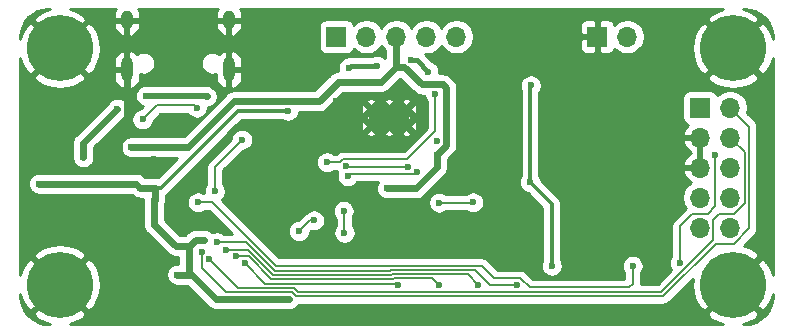
<source format=gbr>
G04 #@! TF.GenerationSoftware,KiCad,Pcbnew,(5.1.6-dirty)*
G04 #@! TF.CreationDate,2021-05-02T11:55:31+02:00*
G04 #@! TF.ProjectId,reva,72657661-2e6b-4696-9361-645f70636258,rev?*
G04 #@! TF.SameCoordinates,Original*
G04 #@! TF.FileFunction,Copper,L2,Bot*
G04 #@! TF.FilePolarity,Positive*
%FSLAX46Y46*%
G04 Gerber Fmt 4.6, Leading zero omitted, Abs format (unit mm)*
G04 Created by KiCad (PCBNEW (5.1.6-dirty)) date 2021-05-02 11:55:31*
%MOMM*%
%LPD*%
G01*
G04 APERTURE LIST*
G04 #@! TA.AperFunction,ComponentPad*
%ADD10O,1.700000X1.700000*%
G04 #@! TD*
G04 #@! TA.AperFunction,ComponentPad*
%ADD11R,1.700000X1.700000*%
G04 #@! TD*
G04 #@! TA.AperFunction,ComponentPad*
%ADD12C,5.600000*%
G04 #@! TD*
G04 #@! TA.AperFunction,ComponentPad*
%ADD13O,1.000000X2.100000*%
G04 #@! TD*
G04 #@! TA.AperFunction,ComponentPad*
%ADD14O,1.000000X1.600000*%
G04 #@! TD*
G04 #@! TA.AperFunction,Conductor*
%ADD15R,3.500000X2.000000*%
G04 #@! TD*
G04 #@! TA.AperFunction,ViaPad*
%ADD16C,0.500000*%
G04 #@! TD*
G04 #@! TA.AperFunction,ViaPad*
%ADD17C,0.600000*%
G04 #@! TD*
G04 #@! TA.AperFunction,Conductor*
%ADD18C,0.600000*%
G04 #@! TD*
G04 #@! TA.AperFunction,Conductor*
%ADD19C,0.500000*%
G04 #@! TD*
G04 #@! TA.AperFunction,Conductor*
%ADD20C,0.300000*%
G04 #@! TD*
G04 #@! TA.AperFunction,Conductor*
%ADD21C,0.150000*%
G04 #@! TD*
G04 #@! TA.AperFunction,Conductor*
%ADD22C,0.400000*%
G04 #@! TD*
G04 #@! TA.AperFunction,Conductor*
%ADD23C,0.200000*%
G04 #@! TD*
G04 #@! TA.AperFunction,Conductor*
%ADD24C,0.254000*%
G04 #@! TD*
G04 APERTURE END LIST*
D10*
G04 #@! TO.P,J3,2*
G04 #@! TO.N,SW_Sel*
X175040000Y-79000000D03*
D11*
G04 #@! TO.P,J3,1*
G04 #@! TO.N,GND*
X172500000Y-79000000D03*
G04 #@! TD*
D12*
G04 #@! TO.P,H4,1*
G04 #@! TO.N,GND*
X184000000Y-80000000D03*
G04 #@! TD*
G04 #@! TO.P,H3,1*
G04 #@! TO.N,GND*
X127000000Y-100000000D03*
G04 #@! TD*
G04 #@! TO.P,H2,1*
G04 #@! TO.N,GND*
X184000000Y-100000000D03*
G04 #@! TD*
G04 #@! TO.P,H1,1*
G04 #@! TO.N,GND*
X127000000Y-80000000D03*
G04 #@! TD*
D10*
G04 #@! TO.P,J2,5*
G04 #@! TO.N,/A1*
X160580000Y-79000000D03*
G04 #@! TO.P,J2,4*
G04 #@! TO.N,/A2*
X158040000Y-79000000D03*
G04 #@! TO.P,J2,3*
G04 #@! TO.N,VDC*
X155500000Y-79000000D03*
G04 #@! TO.P,J2,2*
G04 #@! TO.N,/B2*
X152960000Y-79000000D03*
D11*
G04 #@! TO.P,J2,1*
G04 #@! TO.N,/B1*
X150420000Y-79000000D03*
G04 #@! TD*
D10*
G04 #@! TO.P,J1,10*
G04 #@! TO.N,RESET*
X183740000Y-95160000D03*
G04 #@! TO.P,J1,9*
G04 #@! TO.N,USART_TX*
X181200000Y-95160000D03*
G04 #@! TO.P,J1,8*
G04 #@! TO.N,SW_Sel*
X183740000Y-92620000D03*
G04 #@! TO.P,J1,7*
G04 #@! TO.N,USART_RX*
X181200000Y-92620000D03*
G04 #@! TO.P,J1,6*
G04 #@! TO.N,Net-(D7-Pad2)*
X183740000Y-90080000D03*
G04 #@! TO.P,J1,5*
G04 #@! TO.N,GND*
X181200000Y-90080000D03*
G04 #@! TO.P,J1,4*
G04 #@! TO.N,SWDIO*
X183740000Y-87540000D03*
G04 #@! TO.P,J1,3*
G04 #@! TO.N,GND*
X181200000Y-87540000D03*
G04 #@! TO.P,J1,2*
G04 #@! TO.N,SWCLK*
X183740000Y-85000000D03*
D11*
G04 #@! TO.P,J1,1*
G04 #@! TO.N,+3V3*
X181200000Y-85000000D03*
G04 #@! TD*
D13*
G04 #@! TO.P,USB1,13*
G04 #@! TO.N,GND*
X141320000Y-81780000D03*
X132680000Y-81780000D03*
D14*
X141320000Y-77600000D03*
X132680000Y-77600000D03*
G04 #@! TD*
D15*
G04 #@! TO.N,GND*
G04 #@! TO.C,U2*
X154850000Y-85850000D03*
D16*
X153350000Y-86600000D03*
X153350000Y-85100000D03*
X154850000Y-86600000D03*
X154850000Y-85100000D03*
X156350000Y-86600000D03*
X156350000Y-85100000D03*
G04 #@! TD*
D17*
G04 #@! TO.N,GND*
X136499999Y-103000001D03*
X140200000Y-88800000D03*
X147600000Y-96800000D03*
X152800000Y-103000000D03*
X165800000Y-93800000D03*
X169500000Y-87700000D03*
X169400000Y-80600000D03*
X135000000Y-89400000D03*
X133600000Y-95000000D03*
X174450000Y-102375010D03*
X139199992Y-103200000D03*
X133800010Y-90225000D03*
X143950000Y-95725000D03*
X138775000Y-94600000D03*
X169575000Y-97325000D03*
X175075000Y-96675000D03*
X150500000Y-97075000D03*
X160725000Y-95350000D03*
X172300000Y-94200000D03*
X169250000Y-91875000D03*
X178925000Y-92225000D03*
X177075000Y-84350000D03*
X177625000Y-80300000D03*
X162125000Y-81775000D03*
X162150000Y-84500000D03*
X169500000Y-84325000D03*
X158900000Y-87850000D03*
X150225000Y-86300000D03*
X150400000Y-84425000D03*
X126700000Y-85200000D03*
X126700000Y-87825000D03*
X126725000Y-90375000D03*
X187000000Y-83000000D03*
X187000000Y-86000000D03*
X187000000Y-89000000D03*
X187000000Y-92000000D03*
X187000000Y-95000000D03*
X187000000Y-98000000D03*
X124000000Y-82000000D03*
X124000000Y-85000000D03*
X124000000Y-88000000D03*
X124000000Y-91000000D03*
X124000000Y-94000000D03*
X124000000Y-97000000D03*
X130000000Y-77000000D03*
X135000000Y-77000000D03*
X138000000Y-77000000D03*
X143000000Y-77000000D03*
X146000000Y-77000000D03*
X149000000Y-77000000D03*
X152000000Y-77000000D03*
X155000000Y-77000000D03*
X158000000Y-77000000D03*
X161000000Y-77000000D03*
X164000000Y-77000000D03*
X167000000Y-77000000D03*
X170000000Y-77000000D03*
X173000000Y-77000000D03*
X176000000Y-77000000D03*
X180000000Y-77000000D03*
X181000000Y-103000000D03*
X178000000Y-103000000D03*
X173000000Y-103000000D03*
X146000000Y-103000000D03*
X149000000Y-103000000D03*
X130000000Y-103000000D03*
X171575000Y-99350000D03*
X163800000Y-90150000D03*
X169250000Y-90150000D03*
X174825000Y-90250000D03*
X154850000Y-97050000D03*
G04 #@! TO.N,VDC*
X133065703Y-88359307D03*
X154700002Y-91850000D03*
X158900000Y-89000000D03*
G04 #@! TO.N,VCC*
X134302501Y-84002501D03*
X139440789Y-84062246D03*
X128987500Y-89212500D03*
X131879990Y-85100000D03*
G04 #@! TO.N,+3V3*
X125250000Y-91450000D03*
X136950000Y-99150000D03*
X139200000Y-96200000D03*
X135000000Y-92900000D03*
X166800000Y-91300000D03*
X133800010Y-91780221D03*
X146325000Y-85275000D03*
X168650000Y-98400000D03*
X146425000Y-101225000D03*
X166880000Y-83120000D03*
G04 #@! TO.N,RESET*
X175500000Y-98400000D03*
X138700000Y-93025000D03*
G04 #@! TO.N,SW_Sel*
X151100000Y-95600034D03*
X151031854Y-93743146D03*
G04 #@! TO.N,SWDIO*
X139599986Y-97800000D03*
G04 #@! TO.N,SWCLK*
X139000000Y-97200000D03*
G04 #@! TO.N,SW_Mode*
X147246557Y-95453452D03*
X148512416Y-94560131D03*
G04 #@! TO.N,SW_Up*
X159125000Y-93050000D03*
X161975000Y-93025000D03*
G04 #@! TO.N,/EXT_RES*
X182500000Y-89000000D03*
X179480906Y-98180906D03*
G04 #@! TO.N,Net-(R14-Pad1)*
X156750000Y-80975000D03*
X158200000Y-81950000D03*
G04 #@! TO.N,Net-(R15-Pad1)*
X153875000Y-81450000D03*
X151450000Y-81625000D03*
G04 #@! TO.N,FAULT*
X142425000Y-87725000D03*
X140125000Y-92099990D03*
G04 #@! TO.N,Net-(D2-Pad1)*
X140300000Y-96400000D03*
X165671151Y-100025010D03*
G04 #@! TO.N,Net-(D3-Pad1)*
X141094677Y-97025011D03*
X162432864Y-100025010D03*
G04 #@! TO.N,Net-(D4-Pad1)*
X141902963Y-97600021D03*
X159100980Y-100025010D03*
G04 #@! TO.N,Net-(D5-Pad1)*
X155600000Y-100050043D03*
X142654832Y-98175031D03*
G04 #@! TO.N,nSleep*
X149625000Y-89625000D03*
X158777602Y-83850010D03*
G04 #@! TO.N,AIN2*
X156458811Y-90024990D03*
X151270911Y-89954089D03*
G04 #@! TO.N,AIN1*
X151367698Y-90836007D03*
X157225000Y-90475000D03*
G04 #@! TO.N,/_DM*
X138600000Y-85000000D03*
X134000000Y-86000000D03*
G04 #@! TD*
D18*
G04 #@! TO.N,GND*
X132850000Y-90225000D02*
X133800010Y-90225000D01*
X132025000Y-89400000D02*
X132850000Y-90225000D01*
X132025000Y-86475000D02*
X132025000Y-89400000D01*
X132680000Y-85820000D02*
X132025000Y-86475000D01*
X132680000Y-81780000D02*
X132680000Y-85820000D01*
G04 #@! TO.N,VDC*
X155500000Y-79000000D02*
X155500000Y-81550000D01*
X155500000Y-81550000D02*
X156150000Y-81550000D01*
X156150000Y-81550000D02*
X157650000Y-83050000D01*
X157650000Y-83050000D02*
X159450000Y-83050000D01*
X159450000Y-83050000D02*
X159725000Y-83325000D01*
X159725000Y-88175000D02*
X158900000Y-89000000D01*
X159725000Y-83325000D02*
X159725000Y-88175000D01*
X154200000Y-82850000D02*
X150550000Y-82850000D01*
X150550000Y-82850000D02*
X149075000Y-84325000D01*
X155500000Y-81550000D02*
X154200000Y-82850000D01*
X157125000Y-91850000D02*
X154700002Y-91850000D01*
X158900000Y-90075000D02*
X157125000Y-91850000D01*
X158900000Y-89000000D02*
X158900000Y-90075000D01*
X137890693Y-88359307D02*
X133065703Y-88359307D01*
X141775001Y-84474999D02*
X137890693Y-88359307D01*
X148925001Y-84474999D02*
X141775001Y-84474999D01*
X149150000Y-84250000D02*
X148925001Y-84474999D01*
G04 #@! TO.N,VCC*
X128987500Y-87992490D02*
X131879990Y-85100000D01*
X128987500Y-89212500D02*
X128987500Y-87992490D01*
X139381044Y-84002501D02*
X139440789Y-84062246D01*
D19*
X134302501Y-84002501D02*
X139381044Y-84002501D01*
D18*
G04 #@! TO.N,+3V3*
X133469789Y-91450000D02*
X133800010Y-91780221D01*
X125250000Y-91450000D02*
X133469789Y-91450000D01*
X136950000Y-99150000D02*
X138150000Y-99150000D01*
X137949999Y-96739999D02*
X138489998Y-96200000D01*
X138489998Y-96200000D02*
X139200000Y-96200000D01*
X138150000Y-99150000D02*
X137949999Y-98949999D01*
X137949999Y-98949999D02*
X137949999Y-96739999D01*
X140225000Y-101225000D02*
X146425000Y-101225000D01*
X138150000Y-99150000D02*
X140225000Y-101225000D01*
X135069779Y-92830221D02*
X135000000Y-92900000D01*
X135069779Y-91780221D02*
X135069779Y-92830221D01*
X135069779Y-91780221D02*
X133800010Y-91780221D01*
X137949999Y-96739999D02*
X136814999Y-96739999D01*
X136814999Y-96739999D02*
X135000000Y-94925000D01*
X135000000Y-94925000D02*
X135000000Y-92900000D01*
D20*
X168650000Y-93150000D02*
X168650000Y-98400000D01*
X166800000Y-91300000D02*
X168650000Y-93150000D01*
X142075000Y-85275000D02*
X146325000Y-85275000D01*
X135569779Y-91780221D02*
X142075000Y-85275000D01*
X135069779Y-91780221D02*
X135569779Y-91780221D01*
X166800000Y-83200000D02*
X166880000Y-83120000D01*
X166800000Y-91300000D02*
X166800000Y-83200000D01*
D21*
G04 #@! TO.N,RESET*
X139924998Y-93025000D02*
X145299998Y-98400000D01*
X138700000Y-93025000D02*
X139924998Y-93025000D01*
X175200000Y-100225000D02*
X175500000Y-99925000D01*
X166775000Y-100225000D02*
X175200000Y-100225000D01*
X175500000Y-99925000D02*
X175500000Y-98400000D01*
X166000000Y-99450000D02*
X166775000Y-100225000D01*
X162370000Y-98400000D02*
X162740000Y-98400000D01*
X145299998Y-98400000D02*
X162370000Y-98400000D01*
X163790000Y-99450000D02*
X166000000Y-99450000D01*
X162740000Y-98400000D02*
X163790000Y-99450000D01*
G04 #@! TO.N,SW_Sel*
X151100000Y-95600034D02*
X151100000Y-93811292D01*
X151100000Y-93811292D02*
X151031854Y-93743146D01*
G04 #@! TO.N,SWDIO*
X182840001Y-94034999D02*
X182325001Y-94549999D01*
X142074974Y-100274988D02*
X139899985Y-98099999D01*
X177904966Y-100625044D02*
X147146036Y-100625044D01*
X184999999Y-93075001D02*
X184040001Y-94034999D01*
X183740000Y-87540000D02*
X184999999Y-88799999D01*
X147146036Y-100625044D02*
X146795980Y-100274988D01*
X184040001Y-94034999D02*
X182840001Y-94034999D01*
X182325001Y-96205009D02*
X177904966Y-100625044D01*
X146795980Y-100274988D02*
X142074974Y-100274988D01*
X139899985Y-98099999D02*
X139599986Y-97800000D01*
X182325001Y-94549999D02*
X182325001Y-96205009D01*
X184999999Y-88799999D02*
X184999999Y-93075001D01*
G04 #@! TO.N,SWCLK*
X141080009Y-100624999D02*
X146651001Y-100624999D01*
X139000000Y-98544990D02*
X141080009Y-100624999D01*
X139000000Y-97200000D02*
X139000000Y-98544990D01*
X147001057Y-100975055D02*
X178099945Y-100975055D01*
X178099945Y-100975055D02*
X182550001Y-96524999D01*
X185350010Y-86610010D02*
X183740000Y-85000000D01*
X182550001Y-96524999D02*
X184050001Y-96524999D01*
X146651001Y-100624999D02*
X147001057Y-100975055D01*
X185350010Y-95224990D02*
X185350010Y-86610010D01*
X184050001Y-96524999D02*
X185350010Y-95224990D01*
G04 #@! TO.N,SW_Mode*
X148139878Y-94560131D02*
X148512416Y-94560131D01*
X147246557Y-95453452D02*
X148139878Y-94560131D01*
G04 #@! TO.N,SW_Up*
X159125000Y-93050000D02*
X161950000Y-93050000D01*
X161950000Y-93050000D02*
X161975000Y-93025000D01*
G04 #@! TO.N,/EXT_RES*
X179480906Y-95044094D02*
X179480906Y-98180906D01*
X180490001Y-94034999D02*
X179480906Y-95044094D01*
X181840001Y-94034999D02*
X180490001Y-94034999D01*
X182500000Y-93375000D02*
X181840001Y-94034999D01*
X182500000Y-89000000D02*
X182500000Y-93375000D01*
D22*
G04 #@! TO.N,Net-(R14-Pad1)*
X156750000Y-80975000D02*
X157225000Y-80975000D01*
X157225000Y-80975000D02*
X158200000Y-81950000D01*
G04 #@! TO.N,Net-(R15-Pad1)*
X153875000Y-81450000D02*
X151625000Y-81450000D01*
X151625000Y-81450000D02*
X151450000Y-81625000D01*
D21*
G04 #@! TO.N,FAULT*
X140125000Y-90025000D02*
X140125000Y-92099990D01*
X142425000Y-87725000D02*
X140125000Y-90025000D01*
G04 #@! TO.N,Net-(D2-Pad1)*
X163395010Y-100025010D02*
X165671151Y-100025010D01*
X162145011Y-98775011D02*
X163395010Y-100025010D01*
X154934061Y-98824934D02*
X154983984Y-98775011D01*
X145189354Y-98824934D02*
X154934061Y-98824934D01*
X142764420Y-96400000D02*
X145189354Y-98824934D01*
X154983984Y-98775011D02*
X162145011Y-98775011D01*
X140300000Y-96400000D02*
X142764420Y-96400000D01*
G04 #@! TO.N,Net-(D3-Pad1)*
X161532876Y-99125022D02*
X162432864Y-100025010D01*
X142894441Y-97025011D02*
X145044375Y-99174945D01*
X155128963Y-99125022D02*
X161532876Y-99125022D01*
X145044375Y-99174945D02*
X155079040Y-99174945D01*
X155079040Y-99174945D02*
X155128963Y-99125022D01*
X141094677Y-97025011D02*
X142894441Y-97025011D01*
G04 #@! TO.N,Net-(D4-Pad1)*
X155273942Y-99475033D02*
X158551003Y-99475033D01*
X141902963Y-97600021D02*
X142974461Y-97600021D01*
X158551003Y-99475033D02*
X159100980Y-100025010D01*
X144899396Y-99524956D02*
X155224019Y-99524956D01*
X155224019Y-99524956D02*
X155273942Y-99475033D01*
X142974461Y-97600021D02*
X144899396Y-99524956D01*
G04 #@! TO.N,Net-(D5-Pad1)*
X155600000Y-100050043D02*
X155474934Y-99924977D01*
X155474934Y-99924977D02*
X144404778Y-99924977D01*
X144404778Y-99924977D02*
X142654832Y-98175031D01*
G04 #@! TO.N,nSleep*
X156397428Y-89375000D02*
X158777602Y-86994826D01*
X149625000Y-89625000D02*
X150725000Y-89625000D01*
X150725000Y-89625000D02*
X150975000Y-89375000D01*
X150975000Y-89375000D02*
X156397428Y-89375000D01*
X158777602Y-86994826D02*
X158777602Y-83850010D01*
G04 #@! TO.N,AIN2*
X151341812Y-90024990D02*
X151270911Y-89954089D01*
X156458811Y-90024990D02*
X151341812Y-90024990D01*
G04 #@! TO.N,AIN1*
X157100000Y-90600000D02*
X157225000Y-90475000D01*
X151367698Y-90836007D02*
X151603705Y-90600000D01*
X151603705Y-90600000D02*
X157100000Y-90600000D01*
D23*
G04 #@! TO.N,/_DM*
X135200000Y-84800000D02*
X134000000Y-86000000D01*
X138400000Y-84800000D02*
X135200000Y-84800000D01*
X138600000Y-85000000D02*
X138400000Y-84800000D01*
G04 #@! TD*
D24*
G04 #@! TO.N,GND*
G36*
X125686994Y-76807870D02*
G01*
X125089470Y-77125361D01*
X125075308Y-77134823D01*
X124763124Y-77583519D01*
X127000000Y-79820395D01*
X129093395Y-77727000D01*
X131545000Y-77727000D01*
X131545000Y-78027000D01*
X131591585Y-78245987D01*
X131679997Y-78451678D01*
X131806839Y-78636169D01*
X131967236Y-78792369D01*
X132155024Y-78914276D01*
X132378126Y-78994119D01*
X132553000Y-78867954D01*
X132553000Y-77727000D01*
X132807000Y-77727000D01*
X132807000Y-78867954D01*
X132981874Y-78994119D01*
X133204976Y-78914276D01*
X133392764Y-78792369D01*
X133553161Y-78636169D01*
X133680003Y-78451678D01*
X133768415Y-78245987D01*
X133815000Y-78027000D01*
X133815000Y-77727000D01*
X140185000Y-77727000D01*
X140185000Y-78027000D01*
X140231585Y-78245987D01*
X140319997Y-78451678D01*
X140446839Y-78636169D01*
X140607236Y-78792369D01*
X140795024Y-78914276D01*
X141018126Y-78994119D01*
X141193000Y-78867954D01*
X141193000Y-77727000D01*
X141447000Y-77727000D01*
X141447000Y-78867954D01*
X141621874Y-78994119D01*
X141844976Y-78914276D01*
X142032764Y-78792369D01*
X142193161Y-78636169D01*
X142320003Y-78451678D01*
X142408415Y-78245987D01*
X142455000Y-78027000D01*
X142455000Y-77727000D01*
X141447000Y-77727000D01*
X141193000Y-77727000D01*
X140185000Y-77727000D01*
X133815000Y-77727000D01*
X132807000Y-77727000D01*
X132553000Y-77727000D01*
X131545000Y-77727000D01*
X129093395Y-77727000D01*
X129236876Y-77583519D01*
X128924692Y-77134823D01*
X128328741Y-76814388D01*
X127824276Y-76660000D01*
X131740720Y-76660000D01*
X131679997Y-76748322D01*
X131591585Y-76954013D01*
X131545000Y-77173000D01*
X131545000Y-77473000D01*
X132553000Y-77473000D01*
X132553000Y-77453000D01*
X132807000Y-77453000D01*
X132807000Y-77473000D01*
X133815000Y-77473000D01*
X133815000Y-77173000D01*
X133768415Y-76954013D01*
X133680003Y-76748322D01*
X133619280Y-76660000D01*
X140380720Y-76660000D01*
X140319997Y-76748322D01*
X140231585Y-76954013D01*
X140185000Y-77173000D01*
X140185000Y-77473000D01*
X141193000Y-77473000D01*
X141193000Y-77453000D01*
X141447000Y-77453000D01*
X141447000Y-77473000D01*
X142455000Y-77473000D01*
X142455000Y-77173000D01*
X142408415Y-76954013D01*
X142320003Y-76748322D01*
X142259280Y-76660000D01*
X183178821Y-76660000D01*
X182686994Y-76807870D01*
X182089470Y-77125361D01*
X182075308Y-77134823D01*
X181763124Y-77583519D01*
X184000000Y-79820395D01*
X186236876Y-77583519D01*
X185924692Y-77134823D01*
X185328741Y-76814388D01*
X184824276Y-76660000D01*
X184967721Y-76660000D01*
X185453893Y-76707670D01*
X185890498Y-76839489D01*
X186293185Y-77053600D01*
X186646612Y-77341848D01*
X186937327Y-77693261D01*
X187154242Y-78094439D01*
X187289106Y-78530113D01*
X187340000Y-79014344D01*
X187340000Y-79178821D01*
X187192130Y-78686994D01*
X186874639Y-78089470D01*
X186865177Y-78075308D01*
X186416481Y-77763124D01*
X184179605Y-80000000D01*
X186416481Y-82236876D01*
X186865177Y-81924692D01*
X187185612Y-81328741D01*
X187340000Y-80824275D01*
X187340001Y-99178824D01*
X187192130Y-98686994D01*
X186874639Y-98089470D01*
X186865177Y-98075308D01*
X186416481Y-97763124D01*
X184179605Y-100000000D01*
X186416481Y-102236876D01*
X186865177Y-101924692D01*
X187185612Y-101328741D01*
X187340001Y-100824272D01*
X187340001Y-100967711D01*
X187292330Y-101453894D01*
X187160512Y-101890497D01*
X186946399Y-102293186D01*
X186658150Y-102646613D01*
X186306739Y-102937327D01*
X185905564Y-103154240D01*
X185469886Y-103289106D01*
X184985664Y-103340000D01*
X184821179Y-103340000D01*
X185313006Y-103192130D01*
X185910530Y-102874639D01*
X185924692Y-102865177D01*
X186236876Y-102416481D01*
X184000000Y-100179605D01*
X181763124Y-102416481D01*
X182075308Y-102865177D01*
X182671259Y-103185612D01*
X183175724Y-103340000D01*
X127821179Y-103340000D01*
X128313006Y-103192130D01*
X128910530Y-102874639D01*
X128924692Y-102865177D01*
X129236876Y-102416481D01*
X127000000Y-100179605D01*
X124763124Y-102416481D01*
X125075308Y-102865177D01*
X125671259Y-103185612D01*
X126175724Y-103340000D01*
X126032279Y-103340000D01*
X125546106Y-103292330D01*
X125109503Y-103160512D01*
X124706814Y-102946399D01*
X124353387Y-102658150D01*
X124062673Y-102306739D01*
X123845760Y-101905564D01*
X123710894Y-101469886D01*
X123660000Y-100985664D01*
X123660000Y-100821179D01*
X123807870Y-101313006D01*
X124125361Y-101910530D01*
X124134823Y-101924692D01*
X124583519Y-102236876D01*
X126820395Y-100000000D01*
X127179605Y-100000000D01*
X129416481Y-102236876D01*
X129865177Y-101924692D01*
X130185612Y-101328741D01*
X130383626Y-100681727D01*
X130451610Y-100008516D01*
X130386949Y-99334977D01*
X130192130Y-98686994D01*
X129874639Y-98089470D01*
X129865177Y-98075308D01*
X129416481Y-97763124D01*
X127179605Y-100000000D01*
X126820395Y-100000000D01*
X124583519Y-97763124D01*
X124134823Y-98075308D01*
X123814388Y-98671259D01*
X123660000Y-99175724D01*
X123660000Y-97583519D01*
X124763124Y-97583519D01*
X127000000Y-99820395D01*
X129236876Y-97583519D01*
X128924692Y-97134823D01*
X128328741Y-96814388D01*
X127681727Y-96616374D01*
X127008516Y-96548390D01*
X126334977Y-96613051D01*
X125686994Y-96807870D01*
X125089470Y-97125361D01*
X125075308Y-97134823D01*
X124763124Y-97583519D01*
X123660000Y-97583519D01*
X123660000Y-91450000D01*
X124310476Y-91450000D01*
X124315000Y-91495932D01*
X124315000Y-91542089D01*
X124324005Y-91587359D01*
X124328529Y-91633292D01*
X124341928Y-91677462D01*
X124350932Y-91722729D01*
X124368594Y-91765369D01*
X124381993Y-91809540D01*
X124403752Y-91850248D01*
X124421414Y-91892889D01*
X124447055Y-91931264D01*
X124468814Y-91971972D01*
X124498097Y-92007653D01*
X124523738Y-92046028D01*
X124556375Y-92078665D01*
X124585656Y-92114344D01*
X124621335Y-92143625D01*
X124653972Y-92176262D01*
X124692347Y-92201903D01*
X124728028Y-92231186D01*
X124768736Y-92252945D01*
X124807111Y-92278586D01*
X124849752Y-92296248D01*
X124890460Y-92318007D01*
X124934631Y-92331406D01*
X124977271Y-92349068D01*
X125022538Y-92358072D01*
X125066708Y-92371471D01*
X125112641Y-92375995D01*
X125157911Y-92385000D01*
X133082499Y-92385000D01*
X133106385Y-92408886D01*
X133135666Y-92444565D01*
X133171345Y-92473846D01*
X133203982Y-92506483D01*
X133242357Y-92532124D01*
X133278038Y-92561407D01*
X133318746Y-92583166D01*
X133357121Y-92608807D01*
X133399762Y-92626469D01*
X133440470Y-92648228D01*
X133484641Y-92661627D01*
X133527281Y-92679289D01*
X133572548Y-92688293D01*
X133616718Y-92701692D01*
X133662651Y-92706216D01*
X133707921Y-92715221D01*
X133754077Y-92715221D01*
X133800009Y-92719745D01*
X133845941Y-92715221D01*
X134078980Y-92715221D01*
X134078529Y-92716709D01*
X134074005Y-92762640D01*
X134065000Y-92807911D01*
X134065000Y-92854068D01*
X134060476Y-92900000D01*
X134065000Y-92945932D01*
X134065000Y-92992089D01*
X134065001Y-92992094D01*
X134065000Y-94879068D01*
X134060476Y-94925000D01*
X134068258Y-95004006D01*
X134078529Y-95108291D01*
X134131993Y-95284539D01*
X134218814Y-95446971D01*
X134335656Y-95589344D01*
X134371341Y-95618630D01*
X136121373Y-97368663D01*
X136150655Y-97404343D01*
X136293027Y-97521185D01*
X136455459Y-97608006D01*
X136578242Y-97645252D01*
X136631706Y-97661470D01*
X136814998Y-97679523D01*
X136860930Y-97674999D01*
X137015000Y-97674999D01*
X137014999Y-98215000D01*
X136857911Y-98215000D01*
X136812641Y-98224005D01*
X136766708Y-98228529D01*
X136722538Y-98241928D01*
X136677271Y-98250932D01*
X136634631Y-98268594D01*
X136590460Y-98281993D01*
X136549752Y-98303752D01*
X136507111Y-98321414D01*
X136468736Y-98347055D01*
X136428028Y-98368814D01*
X136392347Y-98398097D01*
X136353972Y-98423738D01*
X136321335Y-98456375D01*
X136285656Y-98485656D01*
X136256376Y-98521334D01*
X136223738Y-98553972D01*
X136198097Y-98592347D01*
X136168814Y-98628028D01*
X136147055Y-98668736D01*
X136121414Y-98707111D01*
X136103752Y-98749752D01*
X136081993Y-98790460D01*
X136068594Y-98834631D01*
X136050932Y-98877271D01*
X136041928Y-98922538D01*
X136028529Y-98966708D01*
X136024005Y-99012641D01*
X136015000Y-99057911D01*
X136015000Y-99104068D01*
X136010476Y-99150000D01*
X136015000Y-99195932D01*
X136015000Y-99242089D01*
X136024005Y-99287359D01*
X136028529Y-99333292D01*
X136041928Y-99377462D01*
X136050932Y-99422729D01*
X136068594Y-99465369D01*
X136081993Y-99509540D01*
X136103752Y-99550248D01*
X136121414Y-99592889D01*
X136147055Y-99631264D01*
X136168814Y-99671972D01*
X136198097Y-99707653D01*
X136223738Y-99746028D01*
X136256375Y-99778665D01*
X136285656Y-99814344D01*
X136321335Y-99843625D01*
X136353972Y-99876262D01*
X136392347Y-99901903D01*
X136428028Y-99931186D01*
X136468736Y-99952945D01*
X136507111Y-99978586D01*
X136549752Y-99996248D01*
X136590460Y-100018007D01*
X136634631Y-100031406D01*
X136677271Y-100049068D01*
X136722538Y-100058072D01*
X136766708Y-100071471D01*
X136812641Y-100075995D01*
X136857911Y-100085000D01*
X137762711Y-100085000D01*
X139531374Y-101853664D01*
X139560656Y-101889344D01*
X139703028Y-102006186D01*
X139865460Y-102093007D01*
X139967855Y-102124068D01*
X140041707Y-102146471D01*
X140224999Y-102164524D01*
X140270931Y-102160000D01*
X146517089Y-102160000D01*
X146562359Y-102150995D01*
X146608292Y-102146471D01*
X146652462Y-102133072D01*
X146697729Y-102124068D01*
X146740369Y-102106406D01*
X146784540Y-102093007D01*
X146825248Y-102071248D01*
X146867889Y-102053586D01*
X146906264Y-102027945D01*
X146946972Y-102006186D01*
X146982653Y-101976903D01*
X147021028Y-101951262D01*
X147053665Y-101918625D01*
X147089344Y-101889344D01*
X147118625Y-101853665D01*
X147151262Y-101821028D01*
X147176903Y-101782653D01*
X147206186Y-101746972D01*
X147227945Y-101706264D01*
X147242116Y-101685055D01*
X178065070Y-101685055D01*
X178099945Y-101688490D01*
X178134820Y-101685055D01*
X178134822Y-101685055D01*
X178239129Y-101674782D01*
X178372965Y-101634183D01*
X178496308Y-101568255D01*
X178604420Y-101479530D01*
X178626657Y-101452434D01*
X180600149Y-99478942D01*
X180548390Y-99991484D01*
X180613051Y-100665023D01*
X180807870Y-101313006D01*
X181125361Y-101910530D01*
X181134823Y-101924692D01*
X181583519Y-102236876D01*
X183820395Y-100000000D01*
X183806253Y-99985858D01*
X183985858Y-99806253D01*
X184000000Y-99820395D01*
X186236876Y-97583519D01*
X185924692Y-97134823D01*
X185328741Y-96814388D01*
X184896873Y-96682218D01*
X185827399Y-95751693D01*
X185854484Y-95729465D01*
X185876714Y-95702378D01*
X185876717Y-95702375D01*
X185943209Y-95621355D01*
X185958280Y-95593158D01*
X186009138Y-95498010D01*
X186049737Y-95364174D01*
X186060010Y-95259867D01*
X186060010Y-95259866D01*
X186063445Y-95224991D01*
X186060010Y-95190116D01*
X186060010Y-86644885D01*
X186063445Y-86610010D01*
X186054800Y-86522237D01*
X186049737Y-86470826D01*
X186009138Y-86336990D01*
X185943210Y-86213647D01*
X185854485Y-86105535D01*
X185827394Y-86083302D01*
X185169478Y-85425386D01*
X185225000Y-85146260D01*
X185225000Y-84853740D01*
X185167932Y-84566842D01*
X185055990Y-84296589D01*
X184893475Y-84053368D01*
X184686632Y-83846525D01*
X184443411Y-83684010D01*
X184173158Y-83572068D01*
X183886260Y-83515000D01*
X183593740Y-83515000D01*
X183306842Y-83572068D01*
X183036589Y-83684010D01*
X182793368Y-83846525D01*
X182661513Y-83978380D01*
X182639502Y-83905820D01*
X182580537Y-83795506D01*
X182501185Y-83698815D01*
X182404494Y-83619463D01*
X182294180Y-83560498D01*
X182174482Y-83524188D01*
X182050000Y-83511928D01*
X180350000Y-83511928D01*
X180225518Y-83524188D01*
X180105820Y-83560498D01*
X179995506Y-83619463D01*
X179898815Y-83698815D01*
X179819463Y-83795506D01*
X179760498Y-83905820D01*
X179724188Y-84025518D01*
X179711928Y-84150000D01*
X179711928Y-85850000D01*
X179724188Y-85974482D01*
X179760498Y-86094180D01*
X179819463Y-86204494D01*
X179898815Y-86301185D01*
X179995506Y-86380537D01*
X180105820Y-86439502D01*
X180186466Y-86463966D01*
X180102412Y-86539731D01*
X179928359Y-86773080D01*
X179803175Y-87035901D01*
X179758524Y-87183110D01*
X179879845Y-87413000D01*
X181073000Y-87413000D01*
X181073000Y-87393000D01*
X181327000Y-87393000D01*
X181327000Y-87413000D01*
X181347000Y-87413000D01*
X181347000Y-87667000D01*
X181327000Y-87667000D01*
X181327000Y-89953000D01*
X181347000Y-89953000D01*
X181347000Y-90207000D01*
X181327000Y-90207000D01*
X181327000Y-90227000D01*
X181073000Y-90227000D01*
X181073000Y-90207000D01*
X179879845Y-90207000D01*
X179758524Y-90436890D01*
X179803175Y-90584099D01*
X179928359Y-90846920D01*
X180102412Y-91080269D01*
X180318645Y-91275178D01*
X180435534Y-91344805D01*
X180253368Y-91466525D01*
X180046525Y-91673368D01*
X179884010Y-91916589D01*
X179772068Y-92186842D01*
X179715000Y-92473740D01*
X179715000Y-92766260D01*
X179772068Y-93053158D01*
X179884010Y-93323411D01*
X180009340Y-93510981D01*
X179985526Y-93530524D01*
X179963289Y-93557620D01*
X179003523Y-94517386D01*
X178976431Y-94539620D01*
X178887706Y-94647732D01*
X178821778Y-94771075D01*
X178781179Y-94904911D01*
X178771419Y-95004006D01*
X178767471Y-95044094D01*
X178770906Y-95078969D01*
X178770907Y-97568615D01*
X178754644Y-97584878D01*
X178652320Y-97738017D01*
X178581838Y-97908177D01*
X178545906Y-98088817D01*
X178545906Y-98272995D01*
X178581838Y-98453635D01*
X178652320Y-98623795D01*
X178752377Y-98773541D01*
X177610875Y-99915044D01*
X176212454Y-99915044D01*
X176210000Y-99890126D01*
X176210000Y-99012290D01*
X176226262Y-98996028D01*
X176328586Y-98842889D01*
X176399068Y-98672729D01*
X176435000Y-98492089D01*
X176435000Y-98307911D01*
X176399068Y-98127271D01*
X176328586Y-97957111D01*
X176226262Y-97803972D01*
X176096028Y-97673738D01*
X175942889Y-97571414D01*
X175772729Y-97500932D01*
X175592089Y-97465000D01*
X175407911Y-97465000D01*
X175227271Y-97500932D01*
X175057111Y-97571414D01*
X174903972Y-97673738D01*
X174773738Y-97803972D01*
X174671414Y-97957111D01*
X174600932Y-98127271D01*
X174565000Y-98307911D01*
X174565000Y-98492089D01*
X174600932Y-98672729D01*
X174671414Y-98842889D01*
X174773738Y-98996028D01*
X174790001Y-99012291D01*
X174790000Y-99515000D01*
X167069091Y-99515000D01*
X166526712Y-98972621D01*
X166504475Y-98945525D01*
X166396363Y-98856800D01*
X166273020Y-98790872D01*
X166139184Y-98750273D01*
X166034877Y-98740000D01*
X166034875Y-98740000D01*
X166000000Y-98736565D01*
X165965125Y-98740000D01*
X164084092Y-98740000D01*
X163266712Y-97922621D01*
X163244475Y-97895525D01*
X163136363Y-97806800D01*
X163013020Y-97740872D01*
X162879184Y-97700273D01*
X162774877Y-97690000D01*
X162774875Y-97690000D01*
X162740000Y-97686565D01*
X162705125Y-97690000D01*
X145594089Y-97690000D01*
X143265452Y-95361363D01*
X146311557Y-95361363D01*
X146311557Y-95545541D01*
X146347489Y-95726181D01*
X146417971Y-95896341D01*
X146520295Y-96049480D01*
X146650529Y-96179714D01*
X146803668Y-96282038D01*
X146973828Y-96352520D01*
X147154468Y-96388452D01*
X147338646Y-96388452D01*
X147519286Y-96352520D01*
X147689446Y-96282038D01*
X147842585Y-96179714D01*
X147972819Y-96049480D01*
X148075143Y-95896341D01*
X148145625Y-95726181D01*
X148181557Y-95545541D01*
X148181557Y-95522543D01*
X148244036Y-95460064D01*
X148420327Y-95495131D01*
X148604505Y-95495131D01*
X148785145Y-95459199D01*
X148955305Y-95388717D01*
X149108444Y-95286393D01*
X149238678Y-95156159D01*
X149341002Y-95003020D01*
X149411484Y-94832860D01*
X149447416Y-94652220D01*
X149447416Y-94468042D01*
X149411484Y-94287402D01*
X149341002Y-94117242D01*
X149238678Y-93964103D01*
X149108444Y-93833869D01*
X148955305Y-93731545D01*
X148785145Y-93661063D01*
X148734843Y-93651057D01*
X150096854Y-93651057D01*
X150096854Y-93835235D01*
X150132786Y-94015875D01*
X150203268Y-94186035D01*
X150305592Y-94339174D01*
X150390001Y-94423583D01*
X150390000Y-94987744D01*
X150373738Y-95004006D01*
X150271414Y-95157145D01*
X150200932Y-95327305D01*
X150165000Y-95507945D01*
X150165000Y-95692123D01*
X150200932Y-95872763D01*
X150271414Y-96042923D01*
X150373738Y-96196062D01*
X150503972Y-96326296D01*
X150657111Y-96428620D01*
X150827271Y-96499102D01*
X151007911Y-96535034D01*
X151192089Y-96535034D01*
X151372729Y-96499102D01*
X151542889Y-96428620D01*
X151696028Y-96326296D01*
X151826262Y-96196062D01*
X151928586Y-96042923D01*
X151999068Y-95872763D01*
X152035000Y-95692123D01*
X152035000Y-95507945D01*
X151999068Y-95327305D01*
X151928586Y-95157145D01*
X151826262Y-95004006D01*
X151810000Y-94987744D01*
X151810000Y-94261524D01*
X151860440Y-94186035D01*
X151930922Y-94015875D01*
X151966854Y-93835235D01*
X151966854Y-93651057D01*
X151930922Y-93470417D01*
X151860440Y-93300257D01*
X151758116Y-93147118D01*
X151627882Y-93016884D01*
X151539623Y-92957911D01*
X158190000Y-92957911D01*
X158190000Y-93142089D01*
X158225932Y-93322729D01*
X158296414Y-93492889D01*
X158398738Y-93646028D01*
X158528972Y-93776262D01*
X158682111Y-93878586D01*
X158852271Y-93949068D01*
X159032911Y-93985000D01*
X159217089Y-93985000D01*
X159397729Y-93949068D01*
X159567889Y-93878586D01*
X159721028Y-93776262D01*
X159737290Y-93760000D01*
X161392049Y-93760000D01*
X161532111Y-93853586D01*
X161702271Y-93924068D01*
X161882911Y-93960000D01*
X162067089Y-93960000D01*
X162247729Y-93924068D01*
X162417889Y-93853586D01*
X162571028Y-93751262D01*
X162701262Y-93621028D01*
X162803586Y-93467889D01*
X162874068Y-93297729D01*
X162910000Y-93117089D01*
X162910000Y-92932911D01*
X162874068Y-92752271D01*
X162803586Y-92582111D01*
X162701262Y-92428972D01*
X162571028Y-92298738D01*
X162417889Y-92196414D01*
X162247729Y-92125932D01*
X162067089Y-92090000D01*
X161882911Y-92090000D01*
X161702271Y-92125932D01*
X161532111Y-92196414D01*
X161378972Y-92298738D01*
X161337710Y-92340000D01*
X159737290Y-92340000D01*
X159721028Y-92323738D01*
X159567889Y-92221414D01*
X159397729Y-92150932D01*
X159217089Y-92115000D01*
X159032911Y-92115000D01*
X158852271Y-92150932D01*
X158682111Y-92221414D01*
X158528972Y-92323738D01*
X158398738Y-92453972D01*
X158296414Y-92607111D01*
X158225932Y-92777271D01*
X158190000Y-92957911D01*
X151539623Y-92957911D01*
X151474743Y-92914560D01*
X151304583Y-92844078D01*
X151123943Y-92808146D01*
X150939765Y-92808146D01*
X150759125Y-92844078D01*
X150588965Y-92914560D01*
X150435826Y-93016884D01*
X150305592Y-93147118D01*
X150203268Y-93300257D01*
X150132786Y-93470417D01*
X150096854Y-93651057D01*
X148734843Y-93651057D01*
X148604505Y-93625131D01*
X148420327Y-93625131D01*
X148239687Y-93661063D01*
X148069527Y-93731545D01*
X147916388Y-93833869D01*
X147829040Y-93921217D01*
X147743515Y-93966931D01*
X147635403Y-94055656D01*
X147613166Y-94082752D01*
X147177466Y-94518452D01*
X147154468Y-94518452D01*
X146973828Y-94554384D01*
X146803668Y-94624866D01*
X146650529Y-94727190D01*
X146520295Y-94857424D01*
X146417971Y-95010563D01*
X146347489Y-95180723D01*
X146311557Y-95361363D01*
X143265452Y-95361363D01*
X140725685Y-92821596D01*
X140851262Y-92696018D01*
X140953586Y-92542879D01*
X141024068Y-92372719D01*
X141060000Y-92192079D01*
X141060000Y-92007901D01*
X141024068Y-91827261D01*
X140953586Y-91657101D01*
X140851262Y-91503962D01*
X140835000Y-91487700D01*
X140835000Y-90319091D01*
X142494092Y-88660000D01*
X142517089Y-88660000D01*
X142697729Y-88624068D01*
X142867889Y-88553586D01*
X143021028Y-88451262D01*
X143151262Y-88321028D01*
X143253586Y-88167889D01*
X143324068Y-87997729D01*
X143360000Y-87817089D01*
X143360000Y-87632911D01*
X143324068Y-87452271D01*
X143253586Y-87282111D01*
X143196159Y-87196164D01*
X152927784Y-87196164D01*
X152931826Y-87384827D01*
X153092974Y-87451328D01*
X153263998Y-87485113D01*
X153438328Y-87484884D01*
X153609264Y-87450649D01*
X153768174Y-87384827D01*
X153772216Y-87196164D01*
X154427784Y-87196164D01*
X154431826Y-87384827D01*
X154592974Y-87451328D01*
X154763998Y-87485113D01*
X154938328Y-87484884D01*
X155109264Y-87450649D01*
X155268174Y-87384827D01*
X155272216Y-87196164D01*
X155927784Y-87196164D01*
X155931826Y-87384827D01*
X156092974Y-87451328D01*
X156263998Y-87485113D01*
X156438328Y-87484884D01*
X156609264Y-87450649D01*
X156768174Y-87384827D01*
X156772216Y-87196164D01*
X156350000Y-86773948D01*
X155927784Y-87196164D01*
X155272216Y-87196164D01*
X154850000Y-86773948D01*
X154427784Y-87196164D01*
X153772216Y-87196164D01*
X153350000Y-86773948D01*
X152927784Y-87196164D01*
X143196159Y-87196164D01*
X143151262Y-87128972D01*
X143021028Y-86998738D01*
X142867889Y-86896414D01*
X142697729Y-86825932D01*
X142517089Y-86790000D01*
X142332911Y-86790000D01*
X142152271Y-86825932D01*
X141982111Y-86896414D01*
X141828972Y-86998738D01*
X141698738Y-87128972D01*
X141596414Y-87282111D01*
X141525932Y-87452271D01*
X141490000Y-87632911D01*
X141490000Y-87655908D01*
X139647617Y-89498292D01*
X139620525Y-89520526D01*
X139531800Y-89628638D01*
X139465872Y-89751981D01*
X139425273Y-89885817D01*
X139416930Y-89970526D01*
X139411565Y-90025000D01*
X139415000Y-90059875D01*
X139415001Y-91487699D01*
X139398738Y-91503962D01*
X139296414Y-91657101D01*
X139225932Y-91827261D01*
X139190000Y-92007901D01*
X139190000Y-92192079D01*
X139198216Y-92233382D01*
X139142889Y-92196414D01*
X138972729Y-92125932D01*
X138792089Y-92090000D01*
X138607911Y-92090000D01*
X138427271Y-92125932D01*
X138257111Y-92196414D01*
X138103972Y-92298738D01*
X137973738Y-92428972D01*
X137871414Y-92582111D01*
X137800932Y-92752271D01*
X137765000Y-92932911D01*
X137765000Y-93117089D01*
X137800932Y-93297729D01*
X137871414Y-93467889D01*
X137973738Y-93621028D01*
X138103972Y-93751262D01*
X138257111Y-93853586D01*
X138427271Y-93924068D01*
X138607911Y-93960000D01*
X138792089Y-93960000D01*
X138972729Y-93924068D01*
X139142889Y-93853586D01*
X139296028Y-93751262D01*
X139312290Y-93735000D01*
X139630907Y-93735000D01*
X141585907Y-95690000D01*
X140912290Y-95690000D01*
X140896028Y-95673738D01*
X140742889Y-95571414D01*
X140572729Y-95500932D01*
X140392089Y-95465000D01*
X140207911Y-95465000D01*
X140027271Y-95500932D01*
X139884410Y-95560106D01*
X139864344Y-95535656D01*
X139828665Y-95506375D01*
X139796028Y-95473738D01*
X139757653Y-95448097D01*
X139721972Y-95418814D01*
X139681264Y-95397055D01*
X139642889Y-95371414D01*
X139600248Y-95353752D01*
X139559540Y-95331993D01*
X139515369Y-95318594D01*
X139472729Y-95300932D01*
X139427462Y-95291928D01*
X139383292Y-95278529D01*
X139337359Y-95274005D01*
X139292089Y-95265000D01*
X138535930Y-95265000D01*
X138489998Y-95260476D01*
X138444066Y-95265000D01*
X138306706Y-95278529D01*
X138130458Y-95331993D01*
X137968026Y-95418814D01*
X137825654Y-95535656D01*
X137796364Y-95571346D01*
X137562711Y-95804999D01*
X137202289Y-95804999D01*
X135935000Y-94537711D01*
X135935000Y-93194973D01*
X135937786Y-93189761D01*
X135991250Y-93013513D01*
X136004779Y-92876153D01*
X136009303Y-92830222D01*
X136004779Y-92784290D01*
X136004779Y-92437811D01*
X136008012Y-92436083D01*
X136127543Y-92337985D01*
X136152126Y-92308031D01*
X141946159Y-86513998D01*
X152464887Y-86513998D01*
X152465116Y-86688328D01*
X152499351Y-86859264D01*
X152565173Y-87018174D01*
X152753836Y-87022216D01*
X153176052Y-86600000D01*
X153523948Y-86600000D01*
X153946164Y-87022216D01*
X154100000Y-87018920D01*
X154253836Y-87022216D01*
X154676052Y-86600000D01*
X155023948Y-86600000D01*
X155446164Y-87022216D01*
X155600000Y-87018920D01*
X155753836Y-87022216D01*
X156176052Y-86600000D01*
X156523948Y-86600000D01*
X156946164Y-87022216D01*
X157134827Y-87018174D01*
X157201328Y-86857026D01*
X157235113Y-86686002D01*
X157234884Y-86511672D01*
X157200649Y-86340736D01*
X157134827Y-86181826D01*
X156946164Y-86177784D01*
X156523948Y-86600000D01*
X156176052Y-86600000D01*
X155753836Y-86177784D01*
X155600000Y-86181080D01*
X155446164Y-86177784D01*
X155023948Y-86600000D01*
X154676052Y-86600000D01*
X154253836Y-86177784D01*
X154100000Y-86181080D01*
X153946164Y-86177784D01*
X153523948Y-86600000D01*
X153176052Y-86600000D01*
X152753836Y-86177784D01*
X152565173Y-86181826D01*
X152498672Y-86342974D01*
X152464887Y-86513998D01*
X141946159Y-86513998D01*
X142400157Y-86060000D01*
X145816880Y-86060000D01*
X145882111Y-86103586D01*
X146052271Y-86174068D01*
X146232911Y-86210000D01*
X146417089Y-86210000D01*
X146597729Y-86174068D01*
X146767889Y-86103586D01*
X146921028Y-86001262D01*
X147051262Y-85871028D01*
X147153586Y-85717889D01*
X147162584Y-85696164D01*
X152927784Y-85696164D01*
X152931080Y-85850000D01*
X152927784Y-86003836D01*
X153350000Y-86426052D01*
X153772216Y-86003836D01*
X153768920Y-85850000D01*
X153772216Y-85696164D01*
X154427784Y-85696164D01*
X154431080Y-85850000D01*
X154427784Y-86003836D01*
X154850000Y-86426052D01*
X155272216Y-86003836D01*
X155268920Y-85850000D01*
X155272216Y-85696164D01*
X155927784Y-85696164D01*
X155931080Y-85850000D01*
X155927784Y-86003836D01*
X156350000Y-86426052D01*
X156772216Y-86003836D01*
X156768920Y-85850000D01*
X156772216Y-85696164D01*
X156350000Y-85273948D01*
X155927784Y-85696164D01*
X155272216Y-85696164D01*
X154850000Y-85273948D01*
X154427784Y-85696164D01*
X153772216Y-85696164D01*
X153350000Y-85273948D01*
X152927784Y-85696164D01*
X147162584Y-85696164D01*
X147224068Y-85547729D01*
X147251465Y-85409999D01*
X148879069Y-85409999D01*
X148925001Y-85414523D01*
X148970933Y-85409999D01*
X149108293Y-85396470D01*
X149284541Y-85343006D01*
X149446973Y-85256185D01*
X149589345Y-85139343D01*
X149618632Y-85103657D01*
X149703663Y-85018625D01*
X149703666Y-85018623D01*
X149708291Y-85013998D01*
X152464887Y-85013998D01*
X152465116Y-85188328D01*
X152499351Y-85359264D01*
X152565173Y-85518174D01*
X152753836Y-85522216D01*
X153176052Y-85100000D01*
X153523948Y-85100000D01*
X153946164Y-85522216D01*
X154100000Y-85518920D01*
X154253836Y-85522216D01*
X154676052Y-85100000D01*
X155023948Y-85100000D01*
X155446164Y-85522216D01*
X155600000Y-85518920D01*
X155753836Y-85522216D01*
X156176052Y-85100000D01*
X156523948Y-85100000D01*
X156946164Y-85522216D01*
X157134827Y-85518174D01*
X157201328Y-85357026D01*
X157235113Y-85186002D01*
X157234884Y-85011672D01*
X157200649Y-84840736D01*
X157134827Y-84681826D01*
X156946164Y-84677784D01*
X156523948Y-85100000D01*
X156176052Y-85100000D01*
X155753836Y-84677784D01*
X155600000Y-84681080D01*
X155446164Y-84677784D01*
X155023948Y-85100000D01*
X154676052Y-85100000D01*
X154253836Y-84677784D01*
X154100000Y-84681080D01*
X153946164Y-84677784D01*
X153523948Y-85100000D01*
X153176052Y-85100000D01*
X152753836Y-84677784D01*
X152565173Y-84681826D01*
X152498672Y-84842974D01*
X152464887Y-85013998D01*
X149708291Y-85013998D01*
X150218453Y-84503836D01*
X152927784Y-84503836D01*
X153350000Y-84926052D01*
X153772216Y-84503836D01*
X154427784Y-84503836D01*
X154850000Y-84926052D01*
X155272216Y-84503836D01*
X155927784Y-84503836D01*
X156350000Y-84926052D01*
X156772216Y-84503836D01*
X156768174Y-84315173D01*
X156607026Y-84248672D01*
X156436002Y-84214887D01*
X156261672Y-84215116D01*
X156090736Y-84249351D01*
X155931826Y-84315173D01*
X155927784Y-84503836D01*
X155272216Y-84503836D01*
X155268174Y-84315173D01*
X155107026Y-84248672D01*
X154936002Y-84214887D01*
X154761672Y-84215116D01*
X154590736Y-84249351D01*
X154431826Y-84315173D01*
X154427784Y-84503836D01*
X153772216Y-84503836D01*
X153768174Y-84315173D01*
X153607026Y-84248672D01*
X153436002Y-84214887D01*
X153261672Y-84215116D01*
X153090736Y-84249351D01*
X152931826Y-84315173D01*
X152927784Y-84503836D01*
X150218453Y-84503836D01*
X150937290Y-83785000D01*
X154154068Y-83785000D01*
X154200000Y-83789524D01*
X154245932Y-83785000D01*
X154383292Y-83771471D01*
X154559540Y-83718007D01*
X154721972Y-83631186D01*
X154864344Y-83514344D01*
X154893630Y-83478659D01*
X155825000Y-82547289D01*
X156956374Y-83678664D01*
X156985656Y-83714344D01*
X157128028Y-83831186D01*
X157290460Y-83918007D01*
X157391266Y-83948586D01*
X157466707Y-83971471D01*
X157649999Y-83989524D01*
X157695931Y-83985000D01*
X157851136Y-83985000D01*
X157878534Y-84122739D01*
X157949016Y-84292899D01*
X158051340Y-84446038D01*
X158067603Y-84462301D01*
X158067602Y-86700734D01*
X156103337Y-88665000D01*
X151009874Y-88665000D01*
X150974999Y-88661565D01*
X150940124Y-88665000D01*
X150940123Y-88665000D01*
X150835816Y-88675273D01*
X150701980Y-88715872D01*
X150578637Y-88781800D01*
X150470525Y-88870525D01*
X150448288Y-88897621D01*
X150430909Y-88915000D01*
X150237290Y-88915000D01*
X150221028Y-88898738D01*
X150067889Y-88796414D01*
X149897729Y-88725932D01*
X149717089Y-88690000D01*
X149532911Y-88690000D01*
X149352271Y-88725932D01*
X149182111Y-88796414D01*
X149028972Y-88898738D01*
X148898738Y-89028972D01*
X148796414Y-89182111D01*
X148725932Y-89352271D01*
X148690000Y-89532911D01*
X148690000Y-89717089D01*
X148725932Y-89897729D01*
X148796414Y-90067889D01*
X148898738Y-90221028D01*
X149028972Y-90351262D01*
X149182111Y-90453586D01*
X149352271Y-90524068D01*
X149532911Y-90560000D01*
X149717089Y-90560000D01*
X149897729Y-90524068D01*
X150067889Y-90453586D01*
X150221028Y-90351262D01*
X150237290Y-90335000D01*
X150416653Y-90335000D01*
X150442325Y-90396978D01*
X150501086Y-90484921D01*
X150468630Y-90563278D01*
X150432698Y-90743918D01*
X150432698Y-90928096D01*
X150468630Y-91108736D01*
X150539112Y-91278896D01*
X150641436Y-91432035D01*
X150771670Y-91562269D01*
X150924809Y-91664593D01*
X151094969Y-91735075D01*
X151275609Y-91771007D01*
X151459787Y-91771007D01*
X151640427Y-91735075D01*
X151810587Y-91664593D01*
X151963726Y-91562269D01*
X152093960Y-91432035D01*
X152175501Y-91310000D01*
X153933611Y-91310000D01*
X153918816Y-91328028D01*
X153897057Y-91368736D01*
X153871416Y-91407111D01*
X153853754Y-91449752D01*
X153831995Y-91490460D01*
X153818596Y-91534631D01*
X153800934Y-91577271D01*
X153791930Y-91622538D01*
X153778531Y-91666708D01*
X153774007Y-91712641D01*
X153765002Y-91757911D01*
X153765002Y-91804068D01*
X153760478Y-91850000D01*
X153765002Y-91895932D01*
X153765002Y-91942089D01*
X153774007Y-91987359D01*
X153778531Y-92033292D01*
X153791930Y-92077462D01*
X153800934Y-92122729D01*
X153818596Y-92165369D01*
X153831995Y-92209540D01*
X153853754Y-92250248D01*
X153871416Y-92292889D01*
X153897057Y-92331264D01*
X153918816Y-92371972D01*
X153948099Y-92407653D01*
X153973740Y-92446028D01*
X154006377Y-92478665D01*
X154035658Y-92514344D01*
X154071337Y-92543625D01*
X154103974Y-92576262D01*
X154142349Y-92601903D01*
X154178030Y-92631186D01*
X154218738Y-92652945D01*
X154257113Y-92678586D01*
X154299754Y-92696248D01*
X154340462Y-92718007D01*
X154384633Y-92731406D01*
X154427273Y-92749068D01*
X154472540Y-92758072D01*
X154516710Y-92771471D01*
X154562643Y-92775995D01*
X154607913Y-92785000D01*
X157079068Y-92785000D01*
X157125000Y-92789524D01*
X157170932Y-92785000D01*
X157308292Y-92771471D01*
X157484540Y-92718007D01*
X157646972Y-92631186D01*
X157789344Y-92514344D01*
X157818630Y-92478659D01*
X159089378Y-91207911D01*
X165865000Y-91207911D01*
X165865000Y-91392089D01*
X165900932Y-91572729D01*
X165971414Y-91742889D01*
X166073738Y-91896028D01*
X166203972Y-92026262D01*
X166357111Y-92128586D01*
X166527271Y-92199068D01*
X166604216Y-92214374D01*
X167865000Y-93475158D01*
X167865001Y-97891878D01*
X167821414Y-97957111D01*
X167750932Y-98127271D01*
X167715000Y-98307911D01*
X167715000Y-98492089D01*
X167750932Y-98672729D01*
X167821414Y-98842889D01*
X167923738Y-98996028D01*
X168053972Y-99126262D01*
X168207111Y-99228586D01*
X168377271Y-99299068D01*
X168557911Y-99335000D01*
X168742089Y-99335000D01*
X168922729Y-99299068D01*
X169092889Y-99228586D01*
X169246028Y-99126262D01*
X169376262Y-98996028D01*
X169478586Y-98842889D01*
X169549068Y-98672729D01*
X169585000Y-98492089D01*
X169585000Y-98307911D01*
X169549068Y-98127271D01*
X169478586Y-97957111D01*
X169435000Y-97891880D01*
X169435000Y-93188552D01*
X169438797Y-93149999D01*
X169435000Y-93111446D01*
X169435000Y-93111439D01*
X169423641Y-92996113D01*
X169422421Y-92992089D01*
X169378754Y-92848140D01*
X169367055Y-92826252D01*
X169305862Y-92711767D01*
X169207764Y-92592236D01*
X169177817Y-92567659D01*
X167714374Y-91104216D01*
X167699068Y-91027271D01*
X167628586Y-90857111D01*
X167585000Y-90791880D01*
X167585000Y-87896890D01*
X179758524Y-87896890D01*
X179803175Y-88044099D01*
X179928359Y-88306920D01*
X180102412Y-88540269D01*
X180318645Y-88735178D01*
X180444255Y-88810000D01*
X180318645Y-88884822D01*
X180102412Y-89079731D01*
X179928359Y-89313080D01*
X179803175Y-89575901D01*
X179758524Y-89723110D01*
X179879845Y-89953000D01*
X181073000Y-89953000D01*
X181073000Y-87667000D01*
X179879845Y-87667000D01*
X179758524Y-87896890D01*
X167585000Y-87896890D01*
X167585000Y-83737290D01*
X167606262Y-83716028D01*
X167708586Y-83562889D01*
X167779068Y-83392729D01*
X167815000Y-83212089D01*
X167815000Y-83027911D01*
X167779068Y-82847271D01*
X167708586Y-82677111D01*
X167606262Y-82523972D01*
X167498771Y-82416481D01*
X181763124Y-82416481D01*
X182075308Y-82865177D01*
X182671259Y-83185612D01*
X183318273Y-83383626D01*
X183991484Y-83451610D01*
X184665023Y-83386949D01*
X185313006Y-83192130D01*
X185910530Y-82874639D01*
X185924692Y-82865177D01*
X186236876Y-82416481D01*
X184000000Y-80179605D01*
X181763124Y-82416481D01*
X167498771Y-82416481D01*
X167476028Y-82393738D01*
X167322889Y-82291414D01*
X167152729Y-82220932D01*
X166972089Y-82185000D01*
X166787911Y-82185000D01*
X166607271Y-82220932D01*
X166437111Y-82291414D01*
X166283972Y-82393738D01*
X166153738Y-82523972D01*
X166051414Y-82677111D01*
X165980932Y-82847271D01*
X165945000Y-83027911D01*
X165945000Y-83212089D01*
X165980932Y-83392729D01*
X166015001Y-83474979D01*
X166015000Y-90791880D01*
X165971414Y-90857111D01*
X165900932Y-91027271D01*
X165865000Y-91207911D01*
X159089378Y-91207911D01*
X159528664Y-90768626D01*
X159564344Y-90739344D01*
X159681186Y-90596972D01*
X159768007Y-90434540D01*
X159821471Y-90258292D01*
X159823275Y-90239979D01*
X159839524Y-90075001D01*
X159835000Y-90029069D01*
X159835000Y-89387289D01*
X160353664Y-88868626D01*
X160389344Y-88839344D01*
X160506186Y-88696972D01*
X160593007Y-88534540D01*
X160646471Y-88358292D01*
X160648187Y-88340872D01*
X160664524Y-88175001D01*
X160660000Y-88129069D01*
X160660000Y-83370935D01*
X160664524Y-83325000D01*
X160646472Y-83141708D01*
X160618652Y-83050000D01*
X160593007Y-82965460D01*
X160506186Y-82803028D01*
X160389344Y-82660656D01*
X160353656Y-82631367D01*
X160143631Y-82421342D01*
X160114344Y-82385656D01*
X159971972Y-82268814D01*
X159809540Y-82181993D01*
X159633292Y-82128529D01*
X159495932Y-82115000D01*
X159450000Y-82110476D01*
X159404068Y-82115000D01*
X159120497Y-82115000D01*
X159135000Y-82042089D01*
X159135000Y-81857911D01*
X159099068Y-81677271D01*
X159028586Y-81507111D01*
X158926262Y-81353972D01*
X158796028Y-81223738D01*
X158642889Y-81121414D01*
X158488214Y-81057346D01*
X157915867Y-80485000D01*
X158186260Y-80485000D01*
X158473158Y-80427932D01*
X158743411Y-80315990D01*
X158986632Y-80153475D01*
X159193475Y-79946632D01*
X159310000Y-79772240D01*
X159426525Y-79946632D01*
X159633368Y-80153475D01*
X159876589Y-80315990D01*
X160146842Y-80427932D01*
X160433740Y-80485000D01*
X160726260Y-80485000D01*
X161013158Y-80427932D01*
X161283411Y-80315990D01*
X161526632Y-80153475D01*
X161733475Y-79946632D01*
X161798042Y-79850000D01*
X171011928Y-79850000D01*
X171024188Y-79974482D01*
X171060498Y-80094180D01*
X171119463Y-80204494D01*
X171198815Y-80301185D01*
X171295506Y-80380537D01*
X171405820Y-80439502D01*
X171525518Y-80475812D01*
X171650000Y-80488072D01*
X172214250Y-80485000D01*
X172373000Y-80326250D01*
X172373000Y-79127000D01*
X171173750Y-79127000D01*
X171015000Y-79285750D01*
X171011928Y-79850000D01*
X161798042Y-79850000D01*
X161895990Y-79703411D01*
X162007932Y-79433158D01*
X162065000Y-79146260D01*
X162065000Y-78853740D01*
X162007932Y-78566842D01*
X161895990Y-78296589D01*
X161798043Y-78150000D01*
X171011928Y-78150000D01*
X171015000Y-78714250D01*
X171173750Y-78873000D01*
X172373000Y-78873000D01*
X172373000Y-77673750D01*
X172627000Y-77673750D01*
X172627000Y-78873000D01*
X172647000Y-78873000D01*
X172647000Y-79127000D01*
X172627000Y-79127000D01*
X172627000Y-80326250D01*
X172785750Y-80485000D01*
X173350000Y-80488072D01*
X173474482Y-80475812D01*
X173594180Y-80439502D01*
X173704494Y-80380537D01*
X173801185Y-80301185D01*
X173880537Y-80204494D01*
X173939502Y-80094180D01*
X173961513Y-80021620D01*
X174093368Y-80153475D01*
X174336589Y-80315990D01*
X174606842Y-80427932D01*
X174893740Y-80485000D01*
X175186260Y-80485000D01*
X175473158Y-80427932D01*
X175743411Y-80315990D01*
X175986632Y-80153475D01*
X176148623Y-79991484D01*
X180548390Y-79991484D01*
X180613051Y-80665023D01*
X180807870Y-81313006D01*
X181125361Y-81910530D01*
X181134823Y-81924692D01*
X181583519Y-82236876D01*
X183820395Y-80000000D01*
X181583519Y-77763124D01*
X181134823Y-78075308D01*
X180814388Y-78671259D01*
X180616374Y-79318273D01*
X180548390Y-79991484D01*
X176148623Y-79991484D01*
X176193475Y-79946632D01*
X176355990Y-79703411D01*
X176467932Y-79433158D01*
X176525000Y-79146260D01*
X176525000Y-78853740D01*
X176467932Y-78566842D01*
X176355990Y-78296589D01*
X176193475Y-78053368D01*
X175986632Y-77846525D01*
X175743411Y-77684010D01*
X175473158Y-77572068D01*
X175186260Y-77515000D01*
X174893740Y-77515000D01*
X174606842Y-77572068D01*
X174336589Y-77684010D01*
X174093368Y-77846525D01*
X173961513Y-77978380D01*
X173939502Y-77905820D01*
X173880537Y-77795506D01*
X173801185Y-77698815D01*
X173704494Y-77619463D01*
X173594180Y-77560498D01*
X173474482Y-77524188D01*
X173350000Y-77511928D01*
X172785750Y-77515000D01*
X172627000Y-77673750D01*
X172373000Y-77673750D01*
X172214250Y-77515000D01*
X171650000Y-77511928D01*
X171525518Y-77524188D01*
X171405820Y-77560498D01*
X171295506Y-77619463D01*
X171198815Y-77698815D01*
X171119463Y-77795506D01*
X171060498Y-77905820D01*
X171024188Y-78025518D01*
X171011928Y-78150000D01*
X161798043Y-78150000D01*
X161733475Y-78053368D01*
X161526632Y-77846525D01*
X161283411Y-77684010D01*
X161013158Y-77572068D01*
X160726260Y-77515000D01*
X160433740Y-77515000D01*
X160146842Y-77572068D01*
X159876589Y-77684010D01*
X159633368Y-77846525D01*
X159426525Y-78053368D01*
X159310000Y-78227760D01*
X159193475Y-78053368D01*
X158986632Y-77846525D01*
X158743411Y-77684010D01*
X158473158Y-77572068D01*
X158186260Y-77515000D01*
X157893740Y-77515000D01*
X157606842Y-77572068D01*
X157336589Y-77684010D01*
X157093368Y-77846525D01*
X156886525Y-78053368D01*
X156770000Y-78227760D01*
X156653475Y-78053368D01*
X156446632Y-77846525D01*
X156203411Y-77684010D01*
X155933158Y-77572068D01*
X155646260Y-77515000D01*
X155353740Y-77515000D01*
X155066842Y-77572068D01*
X154796589Y-77684010D01*
X154553368Y-77846525D01*
X154346525Y-78053368D01*
X154230000Y-78227760D01*
X154113475Y-78053368D01*
X153906632Y-77846525D01*
X153663411Y-77684010D01*
X153393158Y-77572068D01*
X153106260Y-77515000D01*
X152813740Y-77515000D01*
X152526842Y-77572068D01*
X152256589Y-77684010D01*
X152013368Y-77846525D01*
X151881513Y-77978380D01*
X151859502Y-77905820D01*
X151800537Y-77795506D01*
X151721185Y-77698815D01*
X151624494Y-77619463D01*
X151514180Y-77560498D01*
X151394482Y-77524188D01*
X151270000Y-77511928D01*
X149570000Y-77511928D01*
X149445518Y-77524188D01*
X149325820Y-77560498D01*
X149215506Y-77619463D01*
X149118815Y-77698815D01*
X149039463Y-77795506D01*
X148980498Y-77905820D01*
X148944188Y-78025518D01*
X148931928Y-78150000D01*
X148931928Y-79850000D01*
X148944188Y-79974482D01*
X148980498Y-80094180D01*
X149039463Y-80204494D01*
X149118815Y-80301185D01*
X149215506Y-80380537D01*
X149325820Y-80439502D01*
X149445518Y-80475812D01*
X149570000Y-80488072D01*
X151270000Y-80488072D01*
X151394482Y-80475812D01*
X151514180Y-80439502D01*
X151624494Y-80380537D01*
X151721185Y-80301185D01*
X151800537Y-80204494D01*
X151859502Y-80094180D01*
X151881513Y-80021620D01*
X152013368Y-80153475D01*
X152256589Y-80315990D01*
X152526842Y-80427932D01*
X152813740Y-80485000D01*
X153106260Y-80485000D01*
X153393158Y-80427932D01*
X153663411Y-80315990D01*
X153906632Y-80153475D01*
X154113475Y-79946632D01*
X154230000Y-79772240D01*
X154346525Y-79946632D01*
X154553368Y-80153475D01*
X154565000Y-80161248D01*
X154565001Y-80817711D01*
X154471028Y-80723738D01*
X154317889Y-80621414D01*
X154147729Y-80550932D01*
X153967089Y-80515000D01*
X153782911Y-80515000D01*
X153602271Y-80550932D01*
X153447596Y-80615000D01*
X151666007Y-80615000D01*
X151624999Y-80610961D01*
X151583991Y-80615000D01*
X151583981Y-80615000D01*
X151461311Y-80627082D01*
X151303913Y-80674828D01*
X151226699Y-80716100D01*
X151177271Y-80725932D01*
X151007111Y-80796414D01*
X150853972Y-80898738D01*
X150723738Y-81028972D01*
X150621414Y-81182111D01*
X150550932Y-81352271D01*
X150515000Y-81532911D01*
X150515000Y-81717089D01*
X150550932Y-81897729D01*
X150556476Y-81911114D01*
X150549999Y-81910476D01*
X150405665Y-81924692D01*
X150366708Y-81928529D01*
X150190460Y-81981993D01*
X150028028Y-82068814D01*
X149885656Y-82185656D01*
X149856376Y-82221334D01*
X148537712Y-83539999D01*
X141820932Y-83539999D01*
X141775000Y-83535475D01*
X141591708Y-83553528D01*
X141538244Y-83569746D01*
X141415461Y-83606992D01*
X141253029Y-83693813D01*
X141110657Y-83810655D01*
X141081377Y-83846333D01*
X137503404Y-87424307D01*
X132973614Y-87424307D01*
X132928344Y-87433312D01*
X132882411Y-87437836D01*
X132838241Y-87451235D01*
X132792974Y-87460239D01*
X132750334Y-87477901D01*
X132706163Y-87491300D01*
X132665455Y-87513059D01*
X132622814Y-87530721D01*
X132584439Y-87556362D01*
X132543731Y-87578121D01*
X132508050Y-87607404D01*
X132469675Y-87633045D01*
X132437038Y-87665682D01*
X132401359Y-87694963D01*
X132372079Y-87730641D01*
X132339441Y-87763279D01*
X132313800Y-87801654D01*
X132284517Y-87837335D01*
X132262758Y-87878043D01*
X132237117Y-87916418D01*
X132219455Y-87959059D01*
X132197696Y-87999767D01*
X132184297Y-88043938D01*
X132166635Y-88086578D01*
X132157631Y-88131845D01*
X132144232Y-88176015D01*
X132139708Y-88221948D01*
X132130703Y-88267218D01*
X132130703Y-88313375D01*
X132126179Y-88359307D01*
X132130703Y-88405239D01*
X132130703Y-88451396D01*
X132139708Y-88496666D01*
X132144232Y-88542599D01*
X132157631Y-88586769D01*
X132166635Y-88632036D01*
X132184297Y-88674676D01*
X132197696Y-88718847D01*
X132219455Y-88759555D01*
X132237117Y-88802196D01*
X132262758Y-88840571D01*
X132284517Y-88881279D01*
X132313800Y-88916960D01*
X132339441Y-88955335D01*
X132372078Y-88987972D01*
X132401359Y-89023651D01*
X132437038Y-89052932D01*
X132469675Y-89085569D01*
X132508050Y-89111210D01*
X132543731Y-89140493D01*
X132584439Y-89162252D01*
X132622814Y-89187893D01*
X132665455Y-89205555D01*
X132706163Y-89227314D01*
X132750334Y-89240713D01*
X132792974Y-89258375D01*
X132838241Y-89267379D01*
X132882411Y-89280778D01*
X132928344Y-89285302D01*
X132973614Y-89294307D01*
X136945536Y-89294307D01*
X135351297Y-90888546D01*
X135253071Y-90858750D01*
X135115711Y-90845221D01*
X135069779Y-90840697D01*
X135023847Y-90845221D01*
X134187299Y-90845221D01*
X134163419Y-90821341D01*
X134134133Y-90785656D01*
X133991761Y-90668814D01*
X133829329Y-90581993D01*
X133653081Y-90528529D01*
X133515721Y-90515000D01*
X133469789Y-90510476D01*
X133423857Y-90515000D01*
X125157911Y-90515000D01*
X125112641Y-90524005D01*
X125066708Y-90528529D01*
X125022538Y-90541928D01*
X124977271Y-90550932D01*
X124934631Y-90568594D01*
X124890460Y-90581993D01*
X124849752Y-90603752D01*
X124807111Y-90621414D01*
X124768736Y-90647055D01*
X124728028Y-90668814D01*
X124692347Y-90698097D01*
X124653972Y-90723738D01*
X124621335Y-90756375D01*
X124585656Y-90785656D01*
X124556375Y-90821335D01*
X124523738Y-90853972D01*
X124498097Y-90892347D01*
X124468814Y-90928028D01*
X124447055Y-90968736D01*
X124421414Y-91007111D01*
X124403752Y-91049752D01*
X124381993Y-91090460D01*
X124368594Y-91134631D01*
X124350932Y-91177271D01*
X124341928Y-91222538D01*
X124328529Y-91266708D01*
X124324005Y-91312641D01*
X124315000Y-91357911D01*
X124315000Y-91404068D01*
X124310476Y-91450000D01*
X123660000Y-91450000D01*
X123660000Y-87992490D01*
X128047976Y-87992490D01*
X128052501Y-88038431D01*
X128052500Y-89120410D01*
X128052500Y-89304589D01*
X128061505Y-89349860D01*
X128066029Y-89395791D01*
X128079427Y-89439959D01*
X128088432Y-89485229D01*
X128106095Y-89527872D01*
X128119493Y-89572039D01*
X128141250Y-89612743D01*
X128158914Y-89655389D01*
X128184558Y-89693768D01*
X128206314Y-89734471D01*
X128235594Y-89770149D01*
X128261238Y-89808528D01*
X128293876Y-89841166D01*
X128323156Y-89876844D01*
X128358835Y-89906125D01*
X128391472Y-89938762D01*
X128429847Y-89964403D01*
X128465528Y-89993686D01*
X128506236Y-90015445D01*
X128544611Y-90041086D01*
X128587252Y-90058748D01*
X128627960Y-90080507D01*
X128672131Y-90093906D01*
X128714771Y-90111568D01*
X128760038Y-90120572D01*
X128804208Y-90133971D01*
X128850141Y-90138495D01*
X128895411Y-90147500D01*
X128941568Y-90147500D01*
X128987500Y-90152024D01*
X129033432Y-90147500D01*
X129079589Y-90147500D01*
X129124860Y-90138495D01*
X129170791Y-90133971D01*
X129214959Y-90120573D01*
X129260229Y-90111568D01*
X129302872Y-90093905D01*
X129347039Y-90080507D01*
X129387743Y-90058750D01*
X129430389Y-90041086D01*
X129468768Y-90015442D01*
X129509471Y-89993686D01*
X129545149Y-89964406D01*
X129583528Y-89938762D01*
X129616166Y-89906124D01*
X129651844Y-89876844D01*
X129681125Y-89841165D01*
X129713762Y-89808528D01*
X129739403Y-89770153D01*
X129768686Y-89734472D01*
X129790445Y-89693764D01*
X129816086Y-89655389D01*
X129833748Y-89612748D01*
X129855507Y-89572040D01*
X129868906Y-89527869D01*
X129886568Y-89485229D01*
X129895572Y-89439962D01*
X129908971Y-89395792D01*
X129913495Y-89349859D01*
X129922500Y-89304589D01*
X129922500Y-88379779D01*
X132394368Y-85907911D01*
X133065000Y-85907911D01*
X133065000Y-86092089D01*
X133100932Y-86272729D01*
X133171414Y-86442889D01*
X133273738Y-86596028D01*
X133403972Y-86726262D01*
X133557111Y-86828586D01*
X133727271Y-86899068D01*
X133907911Y-86935000D01*
X134092089Y-86935000D01*
X134272729Y-86899068D01*
X134442889Y-86828586D01*
X134596028Y-86726262D01*
X134726262Y-86596028D01*
X134828586Y-86442889D01*
X134899068Y-86272729D01*
X134931932Y-86107515D01*
X135504447Y-85535000D01*
X137832960Y-85535000D01*
X137873738Y-85596028D01*
X138003972Y-85726262D01*
X138157111Y-85828586D01*
X138327271Y-85899068D01*
X138507911Y-85935000D01*
X138692089Y-85935000D01*
X138872729Y-85899068D01*
X139042889Y-85828586D01*
X139196028Y-85726262D01*
X139326262Y-85596028D01*
X139428586Y-85442889D01*
X139499068Y-85272729D01*
X139535000Y-85092089D01*
X139535000Y-84996824D01*
X139578149Y-84988241D01*
X139624080Y-84983717D01*
X139668246Y-84970319D01*
X139713518Y-84961314D01*
X139756166Y-84943649D01*
X139800329Y-84930252D01*
X139841027Y-84908498D01*
X139883678Y-84890832D01*
X139922063Y-84865184D01*
X139962760Y-84843431D01*
X139998430Y-84814157D01*
X140036817Y-84788508D01*
X140069464Y-84755861D01*
X140105132Y-84726589D01*
X140134404Y-84690921D01*
X140167051Y-84658274D01*
X140192700Y-84619887D01*
X140221974Y-84584217D01*
X140243727Y-84543520D01*
X140269375Y-84505135D01*
X140287041Y-84462484D01*
X140308795Y-84421786D01*
X140322192Y-84377623D01*
X140339857Y-84334975D01*
X140348862Y-84289703D01*
X140362260Y-84245537D01*
X140366784Y-84199606D01*
X140375789Y-84154335D01*
X140375789Y-84108177D01*
X140380313Y-84062245D01*
X140375789Y-84016313D01*
X140375789Y-83970157D01*
X140366784Y-83924887D01*
X140362260Y-83878954D01*
X140348862Y-83834787D01*
X140339857Y-83789517D01*
X140322192Y-83746870D01*
X140308795Y-83702706D01*
X140287041Y-83662008D01*
X140269375Y-83619357D01*
X140243727Y-83580972D01*
X140221974Y-83540275D01*
X140192700Y-83504604D01*
X140167051Y-83466218D01*
X140036817Y-83335984D01*
X140036814Y-83335982D01*
X140009710Y-83308878D01*
X139903015Y-83221316D01*
X139740584Y-83134495D01*
X139564335Y-83081030D01*
X139381044Y-83062977D01*
X139197753Y-83081030D01*
X139077525Y-83117501D01*
X134609193Y-83117501D01*
X134575230Y-83103433D01*
X134394590Y-83067501D01*
X134210412Y-83067501D01*
X134029772Y-83103433D01*
X133859612Y-83173915D01*
X133706473Y-83276239D01*
X133576239Y-83406473D01*
X133473915Y-83559612D01*
X133403433Y-83729772D01*
X133367501Y-83910412D01*
X133367501Y-84094590D01*
X133403433Y-84275230D01*
X133473915Y-84445390D01*
X133576239Y-84598529D01*
X133706473Y-84728763D01*
X133859612Y-84831087D01*
X134029772Y-84901569D01*
X134054138Y-84906416D01*
X133892485Y-85068068D01*
X133727271Y-85100932D01*
X133557111Y-85171414D01*
X133403972Y-85273738D01*
X133273738Y-85403972D01*
X133171414Y-85557111D01*
X133100932Y-85727271D01*
X133065000Y-85907911D01*
X132394368Y-85907911D01*
X132476015Y-85826264D01*
X132476018Y-85826262D01*
X132606252Y-85696028D01*
X132631898Y-85657646D01*
X132661175Y-85621972D01*
X132682932Y-85581269D01*
X132708576Y-85542889D01*
X132726238Y-85500249D01*
X132747997Y-85459541D01*
X132761398Y-85415365D01*
X132779058Y-85372729D01*
X132788061Y-85327469D01*
X132801462Y-85283292D01*
X132805987Y-85237352D01*
X132814990Y-85192089D01*
X132814990Y-85145935D01*
X132819514Y-85100000D01*
X132814990Y-85054065D01*
X132814990Y-85007911D01*
X132805987Y-84962648D01*
X132801462Y-84916708D01*
X132788061Y-84872531D01*
X132779058Y-84827271D01*
X132761397Y-84784633D01*
X132747997Y-84740460D01*
X132726240Y-84699755D01*
X132708576Y-84657111D01*
X132682929Y-84618727D01*
X132661175Y-84578029D01*
X132631899Y-84542356D01*
X132606252Y-84503972D01*
X132573613Y-84471333D01*
X132544334Y-84435656D01*
X132508657Y-84406377D01*
X132476018Y-84373738D01*
X132437634Y-84348091D01*
X132401961Y-84318815D01*
X132361263Y-84297061D01*
X132322879Y-84271414D01*
X132280235Y-84253750D01*
X132239530Y-84231993D01*
X132195357Y-84218593D01*
X132152719Y-84200932D01*
X132107459Y-84191929D01*
X132063282Y-84178528D01*
X132017342Y-84174003D01*
X131972079Y-84165000D01*
X131925925Y-84165000D01*
X131879990Y-84160476D01*
X131834055Y-84165000D01*
X131787901Y-84165000D01*
X131742638Y-84174003D01*
X131696698Y-84178528D01*
X131652521Y-84191929D01*
X131607261Y-84200932D01*
X131564625Y-84218592D01*
X131520449Y-84231993D01*
X131479741Y-84253752D01*
X131437101Y-84271414D01*
X131398721Y-84297058D01*
X131358018Y-84318815D01*
X131322344Y-84348092D01*
X131283962Y-84373738D01*
X131153728Y-84503972D01*
X131153726Y-84503975D01*
X128358836Y-87298865D01*
X128323157Y-87328146D01*
X128206315Y-87470518D01*
X128143506Y-87588026D01*
X128119494Y-87632950D01*
X128066029Y-87809199D01*
X128047976Y-87992490D01*
X123660000Y-87992490D01*
X123660000Y-82416481D01*
X124763124Y-82416481D01*
X125075308Y-82865177D01*
X125671259Y-83185612D01*
X126318273Y-83383626D01*
X126991484Y-83451610D01*
X127665023Y-83386949D01*
X128313006Y-83192130D01*
X128910530Y-82874639D01*
X128924692Y-82865177D01*
X129236876Y-82416481D01*
X127000000Y-80179605D01*
X124763124Y-82416481D01*
X123660000Y-82416481D01*
X123660000Y-80821179D01*
X123807870Y-81313006D01*
X124125361Y-81910530D01*
X124134823Y-81924692D01*
X124583519Y-82236876D01*
X126820395Y-80000000D01*
X127179605Y-80000000D01*
X129416481Y-82236876D01*
X129865177Y-81924692D01*
X129874689Y-81907000D01*
X131545000Y-81907000D01*
X131545000Y-82457000D01*
X131591585Y-82675987D01*
X131679997Y-82881678D01*
X131806839Y-83066169D01*
X131967236Y-83222369D01*
X132155024Y-83344276D01*
X132378126Y-83424119D01*
X132553000Y-83297954D01*
X132553000Y-81907000D01*
X131545000Y-81907000D01*
X129874689Y-81907000D01*
X130185612Y-81328741D01*
X130254698Y-81103000D01*
X131545000Y-81103000D01*
X131545000Y-81653000D01*
X132553000Y-81653000D01*
X132553000Y-80262046D01*
X132807000Y-80262046D01*
X132807000Y-81653000D01*
X132827000Y-81653000D01*
X132827000Y-81907000D01*
X132807000Y-81907000D01*
X132807000Y-83297954D01*
X132981874Y-83424119D01*
X133204976Y-83344276D01*
X133392764Y-83222369D01*
X133553161Y-83066169D01*
X133680003Y-82881678D01*
X133768415Y-82675987D01*
X133815000Y-82457000D01*
X133815000Y-82166904D01*
X133829978Y-82173108D01*
X134015448Y-82210000D01*
X134204552Y-82210000D01*
X134390022Y-82173108D01*
X134564731Y-82100741D01*
X134721964Y-81995681D01*
X134855681Y-81861964D01*
X134960741Y-81704731D01*
X135033108Y-81530022D01*
X135070000Y-81344552D01*
X135070000Y-81155448D01*
X138930000Y-81155448D01*
X138930000Y-81344552D01*
X138966892Y-81530022D01*
X139039259Y-81704731D01*
X139144319Y-81861964D01*
X139278036Y-81995681D01*
X139435269Y-82100741D01*
X139609978Y-82173108D01*
X139795448Y-82210000D01*
X139984552Y-82210000D01*
X140170022Y-82173108D01*
X140185000Y-82166904D01*
X140185000Y-82457000D01*
X140231585Y-82675987D01*
X140319997Y-82881678D01*
X140446839Y-83066169D01*
X140607236Y-83222369D01*
X140795024Y-83344276D01*
X141018126Y-83424119D01*
X141193000Y-83297954D01*
X141193000Y-81907000D01*
X141447000Y-81907000D01*
X141447000Y-83297954D01*
X141621874Y-83424119D01*
X141844976Y-83344276D01*
X142032764Y-83222369D01*
X142193161Y-83066169D01*
X142320003Y-82881678D01*
X142408415Y-82675987D01*
X142455000Y-82457000D01*
X142455000Y-81907000D01*
X141447000Y-81907000D01*
X141193000Y-81907000D01*
X141173000Y-81907000D01*
X141173000Y-81653000D01*
X141193000Y-81653000D01*
X141193000Y-80262046D01*
X141447000Y-80262046D01*
X141447000Y-81653000D01*
X142455000Y-81653000D01*
X142455000Y-81103000D01*
X142408415Y-80884013D01*
X142320003Y-80678322D01*
X142193161Y-80493831D01*
X142032764Y-80337631D01*
X141844976Y-80215724D01*
X141621874Y-80135881D01*
X141447000Y-80262046D01*
X141193000Y-80262046D01*
X141018126Y-80135881D01*
X140795024Y-80215724D01*
X140607236Y-80337631D01*
X140462884Y-80478206D01*
X140344731Y-80399259D01*
X140170022Y-80326892D01*
X139984552Y-80290000D01*
X139795448Y-80290000D01*
X139609978Y-80326892D01*
X139435269Y-80399259D01*
X139278036Y-80504319D01*
X139144319Y-80638036D01*
X139039259Y-80795269D01*
X138966892Y-80969978D01*
X138930000Y-81155448D01*
X135070000Y-81155448D01*
X135033108Y-80969978D01*
X134960741Y-80795269D01*
X134855681Y-80638036D01*
X134721964Y-80504319D01*
X134564731Y-80399259D01*
X134390022Y-80326892D01*
X134204552Y-80290000D01*
X134015448Y-80290000D01*
X133829978Y-80326892D01*
X133655269Y-80399259D01*
X133537116Y-80478206D01*
X133392764Y-80337631D01*
X133204976Y-80215724D01*
X132981874Y-80135881D01*
X132807000Y-80262046D01*
X132553000Y-80262046D01*
X132378126Y-80135881D01*
X132155024Y-80215724D01*
X131967236Y-80337631D01*
X131806839Y-80493831D01*
X131679997Y-80678322D01*
X131591585Y-80884013D01*
X131545000Y-81103000D01*
X130254698Y-81103000D01*
X130383626Y-80681727D01*
X130451610Y-80008516D01*
X130386949Y-79334977D01*
X130192130Y-78686994D01*
X129874639Y-78089470D01*
X129865177Y-78075308D01*
X129416481Y-77763124D01*
X127179605Y-80000000D01*
X126820395Y-80000000D01*
X124583519Y-77763124D01*
X124134823Y-78075308D01*
X123814388Y-78671259D01*
X123660000Y-79175724D01*
X123660000Y-79032279D01*
X123707670Y-78546107D01*
X123839489Y-78109502D01*
X124053600Y-77706815D01*
X124341848Y-77353388D01*
X124693261Y-77062673D01*
X125094439Y-76845758D01*
X125530113Y-76710894D01*
X126014344Y-76660000D01*
X126178821Y-76660000D01*
X125686994Y-76807870D01*
G37*
X125686994Y-76807870D02*
X125089470Y-77125361D01*
X125075308Y-77134823D01*
X124763124Y-77583519D01*
X127000000Y-79820395D01*
X129093395Y-77727000D01*
X131545000Y-77727000D01*
X131545000Y-78027000D01*
X131591585Y-78245987D01*
X131679997Y-78451678D01*
X131806839Y-78636169D01*
X131967236Y-78792369D01*
X132155024Y-78914276D01*
X132378126Y-78994119D01*
X132553000Y-78867954D01*
X132553000Y-77727000D01*
X132807000Y-77727000D01*
X132807000Y-78867954D01*
X132981874Y-78994119D01*
X133204976Y-78914276D01*
X133392764Y-78792369D01*
X133553161Y-78636169D01*
X133680003Y-78451678D01*
X133768415Y-78245987D01*
X133815000Y-78027000D01*
X133815000Y-77727000D01*
X140185000Y-77727000D01*
X140185000Y-78027000D01*
X140231585Y-78245987D01*
X140319997Y-78451678D01*
X140446839Y-78636169D01*
X140607236Y-78792369D01*
X140795024Y-78914276D01*
X141018126Y-78994119D01*
X141193000Y-78867954D01*
X141193000Y-77727000D01*
X141447000Y-77727000D01*
X141447000Y-78867954D01*
X141621874Y-78994119D01*
X141844976Y-78914276D01*
X142032764Y-78792369D01*
X142193161Y-78636169D01*
X142320003Y-78451678D01*
X142408415Y-78245987D01*
X142455000Y-78027000D01*
X142455000Y-77727000D01*
X141447000Y-77727000D01*
X141193000Y-77727000D01*
X140185000Y-77727000D01*
X133815000Y-77727000D01*
X132807000Y-77727000D01*
X132553000Y-77727000D01*
X131545000Y-77727000D01*
X129093395Y-77727000D01*
X129236876Y-77583519D01*
X128924692Y-77134823D01*
X128328741Y-76814388D01*
X127824276Y-76660000D01*
X131740720Y-76660000D01*
X131679997Y-76748322D01*
X131591585Y-76954013D01*
X131545000Y-77173000D01*
X131545000Y-77473000D01*
X132553000Y-77473000D01*
X132553000Y-77453000D01*
X132807000Y-77453000D01*
X132807000Y-77473000D01*
X133815000Y-77473000D01*
X133815000Y-77173000D01*
X133768415Y-76954013D01*
X133680003Y-76748322D01*
X133619280Y-76660000D01*
X140380720Y-76660000D01*
X140319997Y-76748322D01*
X140231585Y-76954013D01*
X140185000Y-77173000D01*
X140185000Y-77473000D01*
X141193000Y-77473000D01*
X141193000Y-77453000D01*
X141447000Y-77453000D01*
X141447000Y-77473000D01*
X142455000Y-77473000D01*
X142455000Y-77173000D01*
X142408415Y-76954013D01*
X142320003Y-76748322D01*
X142259280Y-76660000D01*
X183178821Y-76660000D01*
X182686994Y-76807870D01*
X182089470Y-77125361D01*
X182075308Y-77134823D01*
X181763124Y-77583519D01*
X184000000Y-79820395D01*
X186236876Y-77583519D01*
X185924692Y-77134823D01*
X185328741Y-76814388D01*
X184824276Y-76660000D01*
X184967721Y-76660000D01*
X185453893Y-76707670D01*
X185890498Y-76839489D01*
X186293185Y-77053600D01*
X186646612Y-77341848D01*
X186937327Y-77693261D01*
X187154242Y-78094439D01*
X187289106Y-78530113D01*
X187340000Y-79014344D01*
X187340000Y-79178821D01*
X187192130Y-78686994D01*
X186874639Y-78089470D01*
X186865177Y-78075308D01*
X186416481Y-77763124D01*
X184179605Y-80000000D01*
X186416481Y-82236876D01*
X186865177Y-81924692D01*
X187185612Y-81328741D01*
X187340000Y-80824275D01*
X187340001Y-99178824D01*
X187192130Y-98686994D01*
X186874639Y-98089470D01*
X186865177Y-98075308D01*
X186416481Y-97763124D01*
X184179605Y-100000000D01*
X186416481Y-102236876D01*
X186865177Y-101924692D01*
X187185612Y-101328741D01*
X187340001Y-100824272D01*
X187340001Y-100967711D01*
X187292330Y-101453894D01*
X187160512Y-101890497D01*
X186946399Y-102293186D01*
X186658150Y-102646613D01*
X186306739Y-102937327D01*
X185905564Y-103154240D01*
X185469886Y-103289106D01*
X184985664Y-103340000D01*
X184821179Y-103340000D01*
X185313006Y-103192130D01*
X185910530Y-102874639D01*
X185924692Y-102865177D01*
X186236876Y-102416481D01*
X184000000Y-100179605D01*
X181763124Y-102416481D01*
X182075308Y-102865177D01*
X182671259Y-103185612D01*
X183175724Y-103340000D01*
X127821179Y-103340000D01*
X128313006Y-103192130D01*
X128910530Y-102874639D01*
X128924692Y-102865177D01*
X129236876Y-102416481D01*
X127000000Y-100179605D01*
X124763124Y-102416481D01*
X125075308Y-102865177D01*
X125671259Y-103185612D01*
X126175724Y-103340000D01*
X126032279Y-103340000D01*
X125546106Y-103292330D01*
X125109503Y-103160512D01*
X124706814Y-102946399D01*
X124353387Y-102658150D01*
X124062673Y-102306739D01*
X123845760Y-101905564D01*
X123710894Y-101469886D01*
X123660000Y-100985664D01*
X123660000Y-100821179D01*
X123807870Y-101313006D01*
X124125361Y-101910530D01*
X124134823Y-101924692D01*
X124583519Y-102236876D01*
X126820395Y-100000000D01*
X127179605Y-100000000D01*
X129416481Y-102236876D01*
X129865177Y-101924692D01*
X130185612Y-101328741D01*
X130383626Y-100681727D01*
X130451610Y-100008516D01*
X130386949Y-99334977D01*
X130192130Y-98686994D01*
X129874639Y-98089470D01*
X129865177Y-98075308D01*
X129416481Y-97763124D01*
X127179605Y-100000000D01*
X126820395Y-100000000D01*
X124583519Y-97763124D01*
X124134823Y-98075308D01*
X123814388Y-98671259D01*
X123660000Y-99175724D01*
X123660000Y-97583519D01*
X124763124Y-97583519D01*
X127000000Y-99820395D01*
X129236876Y-97583519D01*
X128924692Y-97134823D01*
X128328741Y-96814388D01*
X127681727Y-96616374D01*
X127008516Y-96548390D01*
X126334977Y-96613051D01*
X125686994Y-96807870D01*
X125089470Y-97125361D01*
X125075308Y-97134823D01*
X124763124Y-97583519D01*
X123660000Y-97583519D01*
X123660000Y-91450000D01*
X124310476Y-91450000D01*
X124315000Y-91495932D01*
X124315000Y-91542089D01*
X124324005Y-91587359D01*
X124328529Y-91633292D01*
X124341928Y-91677462D01*
X124350932Y-91722729D01*
X124368594Y-91765369D01*
X124381993Y-91809540D01*
X124403752Y-91850248D01*
X124421414Y-91892889D01*
X124447055Y-91931264D01*
X124468814Y-91971972D01*
X124498097Y-92007653D01*
X124523738Y-92046028D01*
X124556375Y-92078665D01*
X124585656Y-92114344D01*
X124621335Y-92143625D01*
X124653972Y-92176262D01*
X124692347Y-92201903D01*
X124728028Y-92231186D01*
X124768736Y-92252945D01*
X124807111Y-92278586D01*
X124849752Y-92296248D01*
X124890460Y-92318007D01*
X124934631Y-92331406D01*
X124977271Y-92349068D01*
X125022538Y-92358072D01*
X125066708Y-92371471D01*
X125112641Y-92375995D01*
X125157911Y-92385000D01*
X133082499Y-92385000D01*
X133106385Y-92408886D01*
X133135666Y-92444565D01*
X133171345Y-92473846D01*
X133203982Y-92506483D01*
X133242357Y-92532124D01*
X133278038Y-92561407D01*
X133318746Y-92583166D01*
X133357121Y-92608807D01*
X133399762Y-92626469D01*
X133440470Y-92648228D01*
X133484641Y-92661627D01*
X133527281Y-92679289D01*
X133572548Y-92688293D01*
X133616718Y-92701692D01*
X133662651Y-92706216D01*
X133707921Y-92715221D01*
X133754077Y-92715221D01*
X133800009Y-92719745D01*
X133845941Y-92715221D01*
X134078980Y-92715221D01*
X134078529Y-92716709D01*
X134074005Y-92762640D01*
X134065000Y-92807911D01*
X134065000Y-92854068D01*
X134060476Y-92900000D01*
X134065000Y-92945932D01*
X134065000Y-92992089D01*
X134065001Y-92992094D01*
X134065000Y-94879068D01*
X134060476Y-94925000D01*
X134068258Y-95004006D01*
X134078529Y-95108291D01*
X134131993Y-95284539D01*
X134218814Y-95446971D01*
X134335656Y-95589344D01*
X134371341Y-95618630D01*
X136121373Y-97368663D01*
X136150655Y-97404343D01*
X136293027Y-97521185D01*
X136455459Y-97608006D01*
X136578242Y-97645252D01*
X136631706Y-97661470D01*
X136814998Y-97679523D01*
X136860930Y-97674999D01*
X137015000Y-97674999D01*
X137014999Y-98215000D01*
X136857911Y-98215000D01*
X136812641Y-98224005D01*
X136766708Y-98228529D01*
X136722538Y-98241928D01*
X136677271Y-98250932D01*
X136634631Y-98268594D01*
X136590460Y-98281993D01*
X136549752Y-98303752D01*
X136507111Y-98321414D01*
X136468736Y-98347055D01*
X136428028Y-98368814D01*
X136392347Y-98398097D01*
X136353972Y-98423738D01*
X136321335Y-98456375D01*
X136285656Y-98485656D01*
X136256376Y-98521334D01*
X136223738Y-98553972D01*
X136198097Y-98592347D01*
X136168814Y-98628028D01*
X136147055Y-98668736D01*
X136121414Y-98707111D01*
X136103752Y-98749752D01*
X136081993Y-98790460D01*
X136068594Y-98834631D01*
X136050932Y-98877271D01*
X136041928Y-98922538D01*
X136028529Y-98966708D01*
X136024005Y-99012641D01*
X136015000Y-99057911D01*
X136015000Y-99104068D01*
X136010476Y-99150000D01*
X136015000Y-99195932D01*
X136015000Y-99242089D01*
X136024005Y-99287359D01*
X136028529Y-99333292D01*
X136041928Y-99377462D01*
X136050932Y-99422729D01*
X136068594Y-99465369D01*
X136081993Y-99509540D01*
X136103752Y-99550248D01*
X136121414Y-99592889D01*
X136147055Y-99631264D01*
X136168814Y-99671972D01*
X136198097Y-99707653D01*
X136223738Y-99746028D01*
X136256375Y-99778665D01*
X136285656Y-99814344D01*
X136321335Y-99843625D01*
X136353972Y-99876262D01*
X136392347Y-99901903D01*
X136428028Y-99931186D01*
X136468736Y-99952945D01*
X136507111Y-99978586D01*
X136549752Y-99996248D01*
X136590460Y-100018007D01*
X136634631Y-100031406D01*
X136677271Y-100049068D01*
X136722538Y-100058072D01*
X136766708Y-100071471D01*
X136812641Y-100075995D01*
X136857911Y-100085000D01*
X137762711Y-100085000D01*
X139531374Y-101853664D01*
X139560656Y-101889344D01*
X139703028Y-102006186D01*
X139865460Y-102093007D01*
X139967855Y-102124068D01*
X140041707Y-102146471D01*
X140224999Y-102164524D01*
X140270931Y-102160000D01*
X146517089Y-102160000D01*
X146562359Y-102150995D01*
X146608292Y-102146471D01*
X146652462Y-102133072D01*
X146697729Y-102124068D01*
X146740369Y-102106406D01*
X146784540Y-102093007D01*
X146825248Y-102071248D01*
X146867889Y-102053586D01*
X146906264Y-102027945D01*
X146946972Y-102006186D01*
X146982653Y-101976903D01*
X147021028Y-101951262D01*
X147053665Y-101918625D01*
X147089344Y-101889344D01*
X147118625Y-101853665D01*
X147151262Y-101821028D01*
X147176903Y-101782653D01*
X147206186Y-101746972D01*
X147227945Y-101706264D01*
X147242116Y-101685055D01*
X178065070Y-101685055D01*
X178099945Y-101688490D01*
X178134820Y-101685055D01*
X178134822Y-101685055D01*
X178239129Y-101674782D01*
X178372965Y-101634183D01*
X178496308Y-101568255D01*
X178604420Y-101479530D01*
X178626657Y-101452434D01*
X180600149Y-99478942D01*
X180548390Y-99991484D01*
X180613051Y-100665023D01*
X180807870Y-101313006D01*
X181125361Y-101910530D01*
X181134823Y-101924692D01*
X181583519Y-102236876D01*
X183820395Y-100000000D01*
X183806253Y-99985858D01*
X183985858Y-99806253D01*
X184000000Y-99820395D01*
X186236876Y-97583519D01*
X185924692Y-97134823D01*
X185328741Y-96814388D01*
X184896873Y-96682218D01*
X185827399Y-95751693D01*
X185854484Y-95729465D01*
X185876714Y-95702378D01*
X185876717Y-95702375D01*
X185943209Y-95621355D01*
X185958280Y-95593158D01*
X186009138Y-95498010D01*
X186049737Y-95364174D01*
X186060010Y-95259867D01*
X186060010Y-95259866D01*
X186063445Y-95224991D01*
X186060010Y-95190116D01*
X186060010Y-86644885D01*
X186063445Y-86610010D01*
X186054800Y-86522237D01*
X186049737Y-86470826D01*
X186009138Y-86336990D01*
X185943210Y-86213647D01*
X185854485Y-86105535D01*
X185827394Y-86083302D01*
X185169478Y-85425386D01*
X185225000Y-85146260D01*
X185225000Y-84853740D01*
X185167932Y-84566842D01*
X185055990Y-84296589D01*
X184893475Y-84053368D01*
X184686632Y-83846525D01*
X184443411Y-83684010D01*
X184173158Y-83572068D01*
X183886260Y-83515000D01*
X183593740Y-83515000D01*
X183306842Y-83572068D01*
X183036589Y-83684010D01*
X182793368Y-83846525D01*
X182661513Y-83978380D01*
X182639502Y-83905820D01*
X182580537Y-83795506D01*
X182501185Y-83698815D01*
X182404494Y-83619463D01*
X182294180Y-83560498D01*
X182174482Y-83524188D01*
X182050000Y-83511928D01*
X180350000Y-83511928D01*
X180225518Y-83524188D01*
X180105820Y-83560498D01*
X179995506Y-83619463D01*
X179898815Y-83698815D01*
X179819463Y-83795506D01*
X179760498Y-83905820D01*
X179724188Y-84025518D01*
X179711928Y-84150000D01*
X179711928Y-85850000D01*
X179724188Y-85974482D01*
X179760498Y-86094180D01*
X179819463Y-86204494D01*
X179898815Y-86301185D01*
X179995506Y-86380537D01*
X180105820Y-86439502D01*
X180186466Y-86463966D01*
X180102412Y-86539731D01*
X179928359Y-86773080D01*
X179803175Y-87035901D01*
X179758524Y-87183110D01*
X179879845Y-87413000D01*
X181073000Y-87413000D01*
X181073000Y-87393000D01*
X181327000Y-87393000D01*
X181327000Y-87413000D01*
X181347000Y-87413000D01*
X181347000Y-87667000D01*
X181327000Y-87667000D01*
X181327000Y-89953000D01*
X181347000Y-89953000D01*
X181347000Y-90207000D01*
X181327000Y-90207000D01*
X181327000Y-90227000D01*
X181073000Y-90227000D01*
X181073000Y-90207000D01*
X179879845Y-90207000D01*
X179758524Y-90436890D01*
X179803175Y-90584099D01*
X179928359Y-90846920D01*
X180102412Y-91080269D01*
X180318645Y-91275178D01*
X180435534Y-91344805D01*
X180253368Y-91466525D01*
X180046525Y-91673368D01*
X179884010Y-91916589D01*
X179772068Y-92186842D01*
X179715000Y-92473740D01*
X179715000Y-92766260D01*
X179772068Y-93053158D01*
X179884010Y-93323411D01*
X180009340Y-93510981D01*
X179985526Y-93530524D01*
X179963289Y-93557620D01*
X179003523Y-94517386D01*
X178976431Y-94539620D01*
X178887706Y-94647732D01*
X178821778Y-94771075D01*
X178781179Y-94904911D01*
X178771419Y-95004006D01*
X178767471Y-95044094D01*
X178770906Y-95078969D01*
X178770907Y-97568615D01*
X178754644Y-97584878D01*
X178652320Y-97738017D01*
X178581838Y-97908177D01*
X178545906Y-98088817D01*
X178545906Y-98272995D01*
X178581838Y-98453635D01*
X178652320Y-98623795D01*
X178752377Y-98773541D01*
X177610875Y-99915044D01*
X176212454Y-99915044D01*
X176210000Y-99890126D01*
X176210000Y-99012290D01*
X176226262Y-98996028D01*
X176328586Y-98842889D01*
X176399068Y-98672729D01*
X176435000Y-98492089D01*
X176435000Y-98307911D01*
X176399068Y-98127271D01*
X176328586Y-97957111D01*
X176226262Y-97803972D01*
X176096028Y-97673738D01*
X175942889Y-97571414D01*
X175772729Y-97500932D01*
X175592089Y-97465000D01*
X175407911Y-97465000D01*
X175227271Y-97500932D01*
X175057111Y-97571414D01*
X174903972Y-97673738D01*
X174773738Y-97803972D01*
X174671414Y-97957111D01*
X174600932Y-98127271D01*
X174565000Y-98307911D01*
X174565000Y-98492089D01*
X174600932Y-98672729D01*
X174671414Y-98842889D01*
X174773738Y-98996028D01*
X174790001Y-99012291D01*
X174790000Y-99515000D01*
X167069091Y-99515000D01*
X166526712Y-98972621D01*
X166504475Y-98945525D01*
X166396363Y-98856800D01*
X166273020Y-98790872D01*
X166139184Y-98750273D01*
X166034877Y-98740000D01*
X166034875Y-98740000D01*
X166000000Y-98736565D01*
X165965125Y-98740000D01*
X164084092Y-98740000D01*
X163266712Y-97922621D01*
X163244475Y-97895525D01*
X163136363Y-97806800D01*
X163013020Y-97740872D01*
X162879184Y-97700273D01*
X162774877Y-97690000D01*
X162774875Y-97690000D01*
X162740000Y-97686565D01*
X162705125Y-97690000D01*
X145594089Y-97690000D01*
X143265452Y-95361363D01*
X146311557Y-95361363D01*
X146311557Y-95545541D01*
X146347489Y-95726181D01*
X146417971Y-95896341D01*
X146520295Y-96049480D01*
X146650529Y-96179714D01*
X146803668Y-96282038D01*
X146973828Y-96352520D01*
X147154468Y-96388452D01*
X147338646Y-96388452D01*
X147519286Y-96352520D01*
X147689446Y-96282038D01*
X147842585Y-96179714D01*
X147972819Y-96049480D01*
X148075143Y-95896341D01*
X148145625Y-95726181D01*
X148181557Y-95545541D01*
X148181557Y-95522543D01*
X148244036Y-95460064D01*
X148420327Y-95495131D01*
X148604505Y-95495131D01*
X148785145Y-95459199D01*
X148955305Y-95388717D01*
X149108444Y-95286393D01*
X149238678Y-95156159D01*
X149341002Y-95003020D01*
X149411484Y-94832860D01*
X149447416Y-94652220D01*
X149447416Y-94468042D01*
X149411484Y-94287402D01*
X149341002Y-94117242D01*
X149238678Y-93964103D01*
X149108444Y-93833869D01*
X148955305Y-93731545D01*
X148785145Y-93661063D01*
X148734843Y-93651057D01*
X150096854Y-93651057D01*
X150096854Y-93835235D01*
X150132786Y-94015875D01*
X150203268Y-94186035D01*
X150305592Y-94339174D01*
X150390001Y-94423583D01*
X150390000Y-94987744D01*
X150373738Y-95004006D01*
X150271414Y-95157145D01*
X150200932Y-95327305D01*
X150165000Y-95507945D01*
X150165000Y-95692123D01*
X150200932Y-95872763D01*
X150271414Y-96042923D01*
X150373738Y-96196062D01*
X150503972Y-96326296D01*
X150657111Y-96428620D01*
X150827271Y-96499102D01*
X151007911Y-96535034D01*
X151192089Y-96535034D01*
X151372729Y-96499102D01*
X151542889Y-96428620D01*
X151696028Y-96326296D01*
X151826262Y-96196062D01*
X151928586Y-96042923D01*
X151999068Y-95872763D01*
X152035000Y-95692123D01*
X152035000Y-95507945D01*
X151999068Y-95327305D01*
X151928586Y-95157145D01*
X151826262Y-95004006D01*
X151810000Y-94987744D01*
X151810000Y-94261524D01*
X151860440Y-94186035D01*
X151930922Y-94015875D01*
X151966854Y-93835235D01*
X151966854Y-93651057D01*
X151930922Y-93470417D01*
X151860440Y-93300257D01*
X151758116Y-93147118D01*
X151627882Y-93016884D01*
X151539623Y-92957911D01*
X158190000Y-92957911D01*
X158190000Y-93142089D01*
X158225932Y-93322729D01*
X158296414Y-93492889D01*
X158398738Y-93646028D01*
X158528972Y-93776262D01*
X158682111Y-93878586D01*
X158852271Y-93949068D01*
X159032911Y-93985000D01*
X159217089Y-93985000D01*
X159397729Y-93949068D01*
X159567889Y-93878586D01*
X159721028Y-93776262D01*
X159737290Y-93760000D01*
X161392049Y-93760000D01*
X161532111Y-93853586D01*
X161702271Y-93924068D01*
X161882911Y-93960000D01*
X162067089Y-93960000D01*
X162247729Y-93924068D01*
X162417889Y-93853586D01*
X162571028Y-93751262D01*
X162701262Y-93621028D01*
X162803586Y-93467889D01*
X162874068Y-93297729D01*
X162910000Y-93117089D01*
X162910000Y-92932911D01*
X162874068Y-92752271D01*
X162803586Y-92582111D01*
X162701262Y-92428972D01*
X162571028Y-92298738D01*
X162417889Y-92196414D01*
X162247729Y-92125932D01*
X162067089Y-92090000D01*
X161882911Y-92090000D01*
X161702271Y-92125932D01*
X161532111Y-92196414D01*
X161378972Y-92298738D01*
X161337710Y-92340000D01*
X159737290Y-92340000D01*
X159721028Y-92323738D01*
X159567889Y-92221414D01*
X159397729Y-92150932D01*
X159217089Y-92115000D01*
X159032911Y-92115000D01*
X158852271Y-92150932D01*
X158682111Y-92221414D01*
X158528972Y-92323738D01*
X158398738Y-92453972D01*
X158296414Y-92607111D01*
X158225932Y-92777271D01*
X158190000Y-92957911D01*
X151539623Y-92957911D01*
X151474743Y-92914560D01*
X151304583Y-92844078D01*
X151123943Y-92808146D01*
X150939765Y-92808146D01*
X150759125Y-92844078D01*
X150588965Y-92914560D01*
X150435826Y-93016884D01*
X150305592Y-93147118D01*
X150203268Y-93300257D01*
X150132786Y-93470417D01*
X150096854Y-93651057D01*
X148734843Y-93651057D01*
X148604505Y-93625131D01*
X148420327Y-93625131D01*
X148239687Y-93661063D01*
X148069527Y-93731545D01*
X147916388Y-93833869D01*
X147829040Y-93921217D01*
X147743515Y-93966931D01*
X147635403Y-94055656D01*
X147613166Y-94082752D01*
X147177466Y-94518452D01*
X147154468Y-94518452D01*
X146973828Y-94554384D01*
X146803668Y-94624866D01*
X146650529Y-94727190D01*
X146520295Y-94857424D01*
X146417971Y-95010563D01*
X146347489Y-95180723D01*
X146311557Y-95361363D01*
X143265452Y-95361363D01*
X140725685Y-92821596D01*
X140851262Y-92696018D01*
X140953586Y-92542879D01*
X141024068Y-92372719D01*
X141060000Y-92192079D01*
X141060000Y-92007901D01*
X141024068Y-91827261D01*
X140953586Y-91657101D01*
X140851262Y-91503962D01*
X140835000Y-91487700D01*
X140835000Y-90319091D01*
X142494092Y-88660000D01*
X142517089Y-88660000D01*
X142697729Y-88624068D01*
X142867889Y-88553586D01*
X143021028Y-88451262D01*
X143151262Y-88321028D01*
X143253586Y-88167889D01*
X143324068Y-87997729D01*
X143360000Y-87817089D01*
X143360000Y-87632911D01*
X143324068Y-87452271D01*
X143253586Y-87282111D01*
X143196159Y-87196164D01*
X152927784Y-87196164D01*
X152931826Y-87384827D01*
X153092974Y-87451328D01*
X153263998Y-87485113D01*
X153438328Y-87484884D01*
X153609264Y-87450649D01*
X153768174Y-87384827D01*
X153772216Y-87196164D01*
X154427784Y-87196164D01*
X154431826Y-87384827D01*
X154592974Y-87451328D01*
X154763998Y-87485113D01*
X154938328Y-87484884D01*
X155109264Y-87450649D01*
X155268174Y-87384827D01*
X155272216Y-87196164D01*
X155927784Y-87196164D01*
X155931826Y-87384827D01*
X156092974Y-87451328D01*
X156263998Y-87485113D01*
X156438328Y-87484884D01*
X156609264Y-87450649D01*
X156768174Y-87384827D01*
X156772216Y-87196164D01*
X156350000Y-86773948D01*
X155927784Y-87196164D01*
X155272216Y-87196164D01*
X154850000Y-86773948D01*
X154427784Y-87196164D01*
X153772216Y-87196164D01*
X153350000Y-86773948D01*
X152927784Y-87196164D01*
X143196159Y-87196164D01*
X143151262Y-87128972D01*
X143021028Y-86998738D01*
X142867889Y-86896414D01*
X142697729Y-86825932D01*
X142517089Y-86790000D01*
X142332911Y-86790000D01*
X142152271Y-86825932D01*
X141982111Y-86896414D01*
X141828972Y-86998738D01*
X141698738Y-87128972D01*
X141596414Y-87282111D01*
X141525932Y-87452271D01*
X141490000Y-87632911D01*
X141490000Y-87655908D01*
X139647617Y-89498292D01*
X139620525Y-89520526D01*
X139531800Y-89628638D01*
X139465872Y-89751981D01*
X139425273Y-89885817D01*
X139416930Y-89970526D01*
X139411565Y-90025000D01*
X139415000Y-90059875D01*
X139415001Y-91487699D01*
X139398738Y-91503962D01*
X139296414Y-91657101D01*
X139225932Y-91827261D01*
X139190000Y-92007901D01*
X139190000Y-92192079D01*
X139198216Y-92233382D01*
X139142889Y-92196414D01*
X138972729Y-92125932D01*
X138792089Y-92090000D01*
X138607911Y-92090000D01*
X138427271Y-92125932D01*
X138257111Y-92196414D01*
X138103972Y-92298738D01*
X137973738Y-92428972D01*
X137871414Y-92582111D01*
X137800932Y-92752271D01*
X137765000Y-92932911D01*
X137765000Y-93117089D01*
X137800932Y-93297729D01*
X137871414Y-93467889D01*
X137973738Y-93621028D01*
X138103972Y-93751262D01*
X138257111Y-93853586D01*
X138427271Y-93924068D01*
X138607911Y-93960000D01*
X138792089Y-93960000D01*
X138972729Y-93924068D01*
X139142889Y-93853586D01*
X139296028Y-93751262D01*
X139312290Y-93735000D01*
X139630907Y-93735000D01*
X141585907Y-95690000D01*
X140912290Y-95690000D01*
X140896028Y-95673738D01*
X140742889Y-95571414D01*
X140572729Y-95500932D01*
X140392089Y-95465000D01*
X140207911Y-95465000D01*
X140027271Y-95500932D01*
X139884410Y-95560106D01*
X139864344Y-95535656D01*
X139828665Y-95506375D01*
X139796028Y-95473738D01*
X139757653Y-95448097D01*
X139721972Y-95418814D01*
X139681264Y-95397055D01*
X139642889Y-95371414D01*
X139600248Y-95353752D01*
X139559540Y-95331993D01*
X139515369Y-95318594D01*
X139472729Y-95300932D01*
X139427462Y-95291928D01*
X139383292Y-95278529D01*
X139337359Y-95274005D01*
X139292089Y-95265000D01*
X138535930Y-95265000D01*
X138489998Y-95260476D01*
X138444066Y-95265000D01*
X138306706Y-95278529D01*
X138130458Y-95331993D01*
X137968026Y-95418814D01*
X137825654Y-95535656D01*
X137796364Y-95571346D01*
X137562711Y-95804999D01*
X137202289Y-95804999D01*
X135935000Y-94537711D01*
X135935000Y-93194973D01*
X135937786Y-93189761D01*
X135991250Y-93013513D01*
X136004779Y-92876153D01*
X136009303Y-92830222D01*
X136004779Y-92784290D01*
X136004779Y-92437811D01*
X136008012Y-92436083D01*
X136127543Y-92337985D01*
X136152126Y-92308031D01*
X141946159Y-86513998D01*
X152464887Y-86513998D01*
X152465116Y-86688328D01*
X152499351Y-86859264D01*
X152565173Y-87018174D01*
X152753836Y-87022216D01*
X153176052Y-86600000D01*
X153523948Y-86600000D01*
X153946164Y-87022216D01*
X154100000Y-87018920D01*
X154253836Y-87022216D01*
X154676052Y-86600000D01*
X155023948Y-86600000D01*
X155446164Y-87022216D01*
X155600000Y-87018920D01*
X155753836Y-87022216D01*
X156176052Y-86600000D01*
X156523948Y-86600000D01*
X156946164Y-87022216D01*
X157134827Y-87018174D01*
X157201328Y-86857026D01*
X157235113Y-86686002D01*
X157234884Y-86511672D01*
X157200649Y-86340736D01*
X157134827Y-86181826D01*
X156946164Y-86177784D01*
X156523948Y-86600000D01*
X156176052Y-86600000D01*
X155753836Y-86177784D01*
X155600000Y-86181080D01*
X155446164Y-86177784D01*
X155023948Y-86600000D01*
X154676052Y-86600000D01*
X154253836Y-86177784D01*
X154100000Y-86181080D01*
X153946164Y-86177784D01*
X153523948Y-86600000D01*
X153176052Y-86600000D01*
X152753836Y-86177784D01*
X152565173Y-86181826D01*
X152498672Y-86342974D01*
X152464887Y-86513998D01*
X141946159Y-86513998D01*
X142400157Y-86060000D01*
X145816880Y-86060000D01*
X145882111Y-86103586D01*
X146052271Y-86174068D01*
X146232911Y-86210000D01*
X146417089Y-86210000D01*
X146597729Y-86174068D01*
X146767889Y-86103586D01*
X146921028Y-86001262D01*
X147051262Y-85871028D01*
X147153586Y-85717889D01*
X147162584Y-85696164D01*
X152927784Y-85696164D01*
X152931080Y-85850000D01*
X152927784Y-86003836D01*
X153350000Y-86426052D01*
X153772216Y-86003836D01*
X153768920Y-85850000D01*
X153772216Y-85696164D01*
X154427784Y-85696164D01*
X154431080Y-85850000D01*
X154427784Y-86003836D01*
X154850000Y-86426052D01*
X155272216Y-86003836D01*
X155268920Y-85850000D01*
X155272216Y-85696164D01*
X155927784Y-85696164D01*
X155931080Y-85850000D01*
X155927784Y-86003836D01*
X156350000Y-86426052D01*
X156772216Y-86003836D01*
X156768920Y-85850000D01*
X156772216Y-85696164D01*
X156350000Y-85273948D01*
X155927784Y-85696164D01*
X155272216Y-85696164D01*
X154850000Y-85273948D01*
X154427784Y-85696164D01*
X153772216Y-85696164D01*
X153350000Y-85273948D01*
X152927784Y-85696164D01*
X147162584Y-85696164D01*
X147224068Y-85547729D01*
X147251465Y-85409999D01*
X148879069Y-85409999D01*
X148925001Y-85414523D01*
X148970933Y-85409999D01*
X149108293Y-85396470D01*
X149284541Y-85343006D01*
X149446973Y-85256185D01*
X149589345Y-85139343D01*
X149618632Y-85103657D01*
X149703663Y-85018625D01*
X149703666Y-85018623D01*
X149708291Y-85013998D01*
X152464887Y-85013998D01*
X152465116Y-85188328D01*
X152499351Y-85359264D01*
X152565173Y-85518174D01*
X152753836Y-85522216D01*
X153176052Y-85100000D01*
X153523948Y-85100000D01*
X153946164Y-85522216D01*
X154100000Y-85518920D01*
X154253836Y-85522216D01*
X154676052Y-85100000D01*
X155023948Y-85100000D01*
X155446164Y-85522216D01*
X155600000Y-85518920D01*
X155753836Y-85522216D01*
X156176052Y-85100000D01*
X156523948Y-85100000D01*
X156946164Y-85522216D01*
X157134827Y-85518174D01*
X157201328Y-85357026D01*
X157235113Y-85186002D01*
X157234884Y-85011672D01*
X157200649Y-84840736D01*
X157134827Y-84681826D01*
X156946164Y-84677784D01*
X156523948Y-85100000D01*
X156176052Y-85100000D01*
X155753836Y-84677784D01*
X155600000Y-84681080D01*
X155446164Y-84677784D01*
X155023948Y-85100000D01*
X154676052Y-85100000D01*
X154253836Y-84677784D01*
X154100000Y-84681080D01*
X153946164Y-84677784D01*
X153523948Y-85100000D01*
X153176052Y-85100000D01*
X152753836Y-84677784D01*
X152565173Y-84681826D01*
X152498672Y-84842974D01*
X152464887Y-85013998D01*
X149708291Y-85013998D01*
X150218453Y-84503836D01*
X152927784Y-84503836D01*
X153350000Y-84926052D01*
X153772216Y-84503836D01*
X154427784Y-84503836D01*
X154850000Y-84926052D01*
X155272216Y-84503836D01*
X155927784Y-84503836D01*
X156350000Y-84926052D01*
X156772216Y-84503836D01*
X156768174Y-84315173D01*
X156607026Y-84248672D01*
X156436002Y-84214887D01*
X156261672Y-84215116D01*
X156090736Y-84249351D01*
X155931826Y-84315173D01*
X155927784Y-84503836D01*
X155272216Y-84503836D01*
X155268174Y-84315173D01*
X155107026Y-84248672D01*
X154936002Y-84214887D01*
X154761672Y-84215116D01*
X154590736Y-84249351D01*
X154431826Y-84315173D01*
X154427784Y-84503836D01*
X153772216Y-84503836D01*
X153768174Y-84315173D01*
X153607026Y-84248672D01*
X153436002Y-84214887D01*
X153261672Y-84215116D01*
X153090736Y-84249351D01*
X152931826Y-84315173D01*
X152927784Y-84503836D01*
X150218453Y-84503836D01*
X150937290Y-83785000D01*
X154154068Y-83785000D01*
X154200000Y-83789524D01*
X154245932Y-83785000D01*
X154383292Y-83771471D01*
X154559540Y-83718007D01*
X154721972Y-83631186D01*
X154864344Y-83514344D01*
X154893630Y-83478659D01*
X155825000Y-82547289D01*
X156956374Y-83678664D01*
X156985656Y-83714344D01*
X157128028Y-83831186D01*
X157290460Y-83918007D01*
X157391266Y-83948586D01*
X157466707Y-83971471D01*
X157649999Y-83989524D01*
X157695931Y-83985000D01*
X157851136Y-83985000D01*
X157878534Y-84122739D01*
X157949016Y-84292899D01*
X158051340Y-84446038D01*
X158067603Y-84462301D01*
X158067602Y-86700734D01*
X156103337Y-88665000D01*
X151009874Y-88665000D01*
X150974999Y-88661565D01*
X150940124Y-88665000D01*
X150940123Y-88665000D01*
X150835816Y-88675273D01*
X150701980Y-88715872D01*
X150578637Y-88781800D01*
X150470525Y-88870525D01*
X150448288Y-88897621D01*
X150430909Y-88915000D01*
X150237290Y-88915000D01*
X150221028Y-88898738D01*
X150067889Y-88796414D01*
X149897729Y-88725932D01*
X149717089Y-88690000D01*
X149532911Y-88690000D01*
X149352271Y-88725932D01*
X149182111Y-88796414D01*
X149028972Y-88898738D01*
X148898738Y-89028972D01*
X148796414Y-89182111D01*
X148725932Y-89352271D01*
X148690000Y-89532911D01*
X148690000Y-89717089D01*
X148725932Y-89897729D01*
X148796414Y-90067889D01*
X148898738Y-90221028D01*
X149028972Y-90351262D01*
X149182111Y-90453586D01*
X149352271Y-90524068D01*
X149532911Y-90560000D01*
X149717089Y-90560000D01*
X149897729Y-90524068D01*
X150067889Y-90453586D01*
X150221028Y-90351262D01*
X150237290Y-90335000D01*
X150416653Y-90335000D01*
X150442325Y-90396978D01*
X150501086Y-90484921D01*
X150468630Y-90563278D01*
X150432698Y-90743918D01*
X150432698Y-90928096D01*
X150468630Y-91108736D01*
X150539112Y-91278896D01*
X150641436Y-91432035D01*
X150771670Y-91562269D01*
X150924809Y-91664593D01*
X151094969Y-91735075D01*
X151275609Y-91771007D01*
X151459787Y-91771007D01*
X151640427Y-91735075D01*
X151810587Y-91664593D01*
X151963726Y-91562269D01*
X152093960Y-91432035D01*
X152175501Y-91310000D01*
X153933611Y-91310000D01*
X153918816Y-91328028D01*
X153897057Y-91368736D01*
X153871416Y-91407111D01*
X153853754Y-91449752D01*
X153831995Y-91490460D01*
X153818596Y-91534631D01*
X153800934Y-91577271D01*
X153791930Y-91622538D01*
X153778531Y-91666708D01*
X153774007Y-91712641D01*
X153765002Y-91757911D01*
X153765002Y-91804068D01*
X153760478Y-91850000D01*
X153765002Y-91895932D01*
X153765002Y-91942089D01*
X153774007Y-91987359D01*
X153778531Y-92033292D01*
X153791930Y-92077462D01*
X153800934Y-92122729D01*
X153818596Y-92165369D01*
X153831995Y-92209540D01*
X153853754Y-92250248D01*
X153871416Y-92292889D01*
X153897057Y-92331264D01*
X153918816Y-92371972D01*
X153948099Y-92407653D01*
X153973740Y-92446028D01*
X154006377Y-92478665D01*
X154035658Y-92514344D01*
X154071337Y-92543625D01*
X154103974Y-92576262D01*
X154142349Y-92601903D01*
X154178030Y-92631186D01*
X154218738Y-92652945D01*
X154257113Y-92678586D01*
X154299754Y-92696248D01*
X154340462Y-92718007D01*
X154384633Y-92731406D01*
X154427273Y-92749068D01*
X154472540Y-92758072D01*
X154516710Y-92771471D01*
X154562643Y-92775995D01*
X154607913Y-92785000D01*
X157079068Y-92785000D01*
X157125000Y-92789524D01*
X157170932Y-92785000D01*
X157308292Y-92771471D01*
X157484540Y-92718007D01*
X157646972Y-92631186D01*
X157789344Y-92514344D01*
X157818630Y-92478659D01*
X159089378Y-91207911D01*
X165865000Y-91207911D01*
X165865000Y-91392089D01*
X165900932Y-91572729D01*
X165971414Y-91742889D01*
X166073738Y-91896028D01*
X166203972Y-92026262D01*
X166357111Y-92128586D01*
X166527271Y-92199068D01*
X166604216Y-92214374D01*
X167865000Y-93475158D01*
X167865001Y-97891878D01*
X167821414Y-97957111D01*
X167750932Y-98127271D01*
X167715000Y-98307911D01*
X167715000Y-98492089D01*
X167750932Y-98672729D01*
X167821414Y-98842889D01*
X167923738Y-98996028D01*
X168053972Y-99126262D01*
X168207111Y-99228586D01*
X168377271Y-99299068D01*
X168557911Y-99335000D01*
X168742089Y-99335000D01*
X168922729Y-99299068D01*
X169092889Y-99228586D01*
X169246028Y-99126262D01*
X169376262Y-98996028D01*
X169478586Y-98842889D01*
X169549068Y-98672729D01*
X169585000Y-98492089D01*
X169585000Y-98307911D01*
X169549068Y-98127271D01*
X169478586Y-97957111D01*
X169435000Y-97891880D01*
X169435000Y-93188552D01*
X169438797Y-93149999D01*
X169435000Y-93111446D01*
X169435000Y-93111439D01*
X169423641Y-92996113D01*
X169422421Y-92992089D01*
X169378754Y-92848140D01*
X169367055Y-92826252D01*
X169305862Y-92711767D01*
X169207764Y-92592236D01*
X169177817Y-92567659D01*
X167714374Y-91104216D01*
X167699068Y-91027271D01*
X167628586Y-90857111D01*
X167585000Y-90791880D01*
X167585000Y-87896890D01*
X179758524Y-87896890D01*
X179803175Y-88044099D01*
X179928359Y-88306920D01*
X180102412Y-88540269D01*
X180318645Y-88735178D01*
X180444255Y-88810000D01*
X180318645Y-88884822D01*
X180102412Y-89079731D01*
X179928359Y-89313080D01*
X179803175Y-89575901D01*
X179758524Y-89723110D01*
X179879845Y-89953000D01*
X181073000Y-89953000D01*
X181073000Y-87667000D01*
X179879845Y-87667000D01*
X179758524Y-87896890D01*
X167585000Y-87896890D01*
X167585000Y-83737290D01*
X167606262Y-83716028D01*
X167708586Y-83562889D01*
X167779068Y-83392729D01*
X167815000Y-83212089D01*
X167815000Y-83027911D01*
X167779068Y-82847271D01*
X167708586Y-82677111D01*
X167606262Y-82523972D01*
X167498771Y-82416481D01*
X181763124Y-82416481D01*
X182075308Y-82865177D01*
X182671259Y-83185612D01*
X183318273Y-83383626D01*
X183991484Y-83451610D01*
X184665023Y-83386949D01*
X185313006Y-83192130D01*
X185910530Y-82874639D01*
X185924692Y-82865177D01*
X186236876Y-82416481D01*
X184000000Y-80179605D01*
X181763124Y-82416481D01*
X167498771Y-82416481D01*
X167476028Y-82393738D01*
X167322889Y-82291414D01*
X167152729Y-82220932D01*
X166972089Y-82185000D01*
X166787911Y-82185000D01*
X166607271Y-82220932D01*
X166437111Y-82291414D01*
X166283972Y-82393738D01*
X166153738Y-82523972D01*
X166051414Y-82677111D01*
X165980932Y-82847271D01*
X165945000Y-83027911D01*
X165945000Y-83212089D01*
X165980932Y-83392729D01*
X166015001Y-83474979D01*
X166015000Y-90791880D01*
X165971414Y-90857111D01*
X165900932Y-91027271D01*
X165865000Y-91207911D01*
X159089378Y-91207911D01*
X159528664Y-90768626D01*
X159564344Y-90739344D01*
X159681186Y-90596972D01*
X159768007Y-90434540D01*
X159821471Y-90258292D01*
X159823275Y-90239979D01*
X159839524Y-90075001D01*
X159835000Y-90029069D01*
X159835000Y-89387289D01*
X160353664Y-88868626D01*
X160389344Y-88839344D01*
X160506186Y-88696972D01*
X160593007Y-88534540D01*
X160646471Y-88358292D01*
X160648187Y-88340872D01*
X160664524Y-88175001D01*
X160660000Y-88129069D01*
X160660000Y-83370935D01*
X160664524Y-83325000D01*
X160646472Y-83141708D01*
X160618652Y-83050000D01*
X160593007Y-82965460D01*
X160506186Y-82803028D01*
X160389344Y-82660656D01*
X160353656Y-82631367D01*
X160143631Y-82421342D01*
X160114344Y-82385656D01*
X159971972Y-82268814D01*
X159809540Y-82181993D01*
X159633292Y-82128529D01*
X159495932Y-82115000D01*
X159450000Y-82110476D01*
X159404068Y-82115000D01*
X159120497Y-82115000D01*
X159135000Y-82042089D01*
X159135000Y-81857911D01*
X159099068Y-81677271D01*
X159028586Y-81507111D01*
X158926262Y-81353972D01*
X158796028Y-81223738D01*
X158642889Y-81121414D01*
X158488214Y-81057346D01*
X157915867Y-80485000D01*
X158186260Y-80485000D01*
X158473158Y-80427932D01*
X158743411Y-80315990D01*
X158986632Y-80153475D01*
X159193475Y-79946632D01*
X159310000Y-79772240D01*
X159426525Y-79946632D01*
X159633368Y-80153475D01*
X159876589Y-80315990D01*
X160146842Y-80427932D01*
X160433740Y-80485000D01*
X160726260Y-80485000D01*
X161013158Y-80427932D01*
X161283411Y-80315990D01*
X161526632Y-80153475D01*
X161733475Y-79946632D01*
X161798042Y-79850000D01*
X171011928Y-79850000D01*
X171024188Y-79974482D01*
X171060498Y-80094180D01*
X171119463Y-80204494D01*
X171198815Y-80301185D01*
X171295506Y-80380537D01*
X171405820Y-80439502D01*
X171525518Y-80475812D01*
X171650000Y-80488072D01*
X172214250Y-80485000D01*
X172373000Y-80326250D01*
X172373000Y-79127000D01*
X171173750Y-79127000D01*
X171015000Y-79285750D01*
X171011928Y-79850000D01*
X161798042Y-79850000D01*
X161895990Y-79703411D01*
X162007932Y-79433158D01*
X162065000Y-79146260D01*
X162065000Y-78853740D01*
X162007932Y-78566842D01*
X161895990Y-78296589D01*
X161798043Y-78150000D01*
X171011928Y-78150000D01*
X171015000Y-78714250D01*
X171173750Y-78873000D01*
X172373000Y-78873000D01*
X172373000Y-77673750D01*
X172627000Y-77673750D01*
X172627000Y-78873000D01*
X172647000Y-78873000D01*
X172647000Y-79127000D01*
X172627000Y-79127000D01*
X172627000Y-80326250D01*
X172785750Y-80485000D01*
X173350000Y-80488072D01*
X173474482Y-80475812D01*
X173594180Y-80439502D01*
X173704494Y-80380537D01*
X173801185Y-80301185D01*
X173880537Y-80204494D01*
X173939502Y-80094180D01*
X173961513Y-80021620D01*
X174093368Y-80153475D01*
X174336589Y-80315990D01*
X174606842Y-80427932D01*
X174893740Y-80485000D01*
X175186260Y-80485000D01*
X175473158Y-80427932D01*
X175743411Y-80315990D01*
X175986632Y-80153475D01*
X176148623Y-79991484D01*
X180548390Y-79991484D01*
X180613051Y-80665023D01*
X180807870Y-81313006D01*
X181125361Y-81910530D01*
X181134823Y-81924692D01*
X181583519Y-82236876D01*
X183820395Y-80000000D01*
X181583519Y-77763124D01*
X181134823Y-78075308D01*
X180814388Y-78671259D01*
X180616374Y-79318273D01*
X180548390Y-79991484D01*
X176148623Y-79991484D01*
X176193475Y-79946632D01*
X176355990Y-79703411D01*
X176467932Y-79433158D01*
X176525000Y-79146260D01*
X176525000Y-78853740D01*
X176467932Y-78566842D01*
X176355990Y-78296589D01*
X176193475Y-78053368D01*
X175986632Y-77846525D01*
X175743411Y-77684010D01*
X175473158Y-77572068D01*
X175186260Y-77515000D01*
X174893740Y-77515000D01*
X174606842Y-77572068D01*
X174336589Y-77684010D01*
X174093368Y-77846525D01*
X173961513Y-77978380D01*
X173939502Y-77905820D01*
X173880537Y-77795506D01*
X173801185Y-77698815D01*
X173704494Y-77619463D01*
X173594180Y-77560498D01*
X173474482Y-77524188D01*
X173350000Y-77511928D01*
X172785750Y-77515000D01*
X172627000Y-77673750D01*
X172373000Y-77673750D01*
X172214250Y-77515000D01*
X171650000Y-77511928D01*
X171525518Y-77524188D01*
X171405820Y-77560498D01*
X171295506Y-77619463D01*
X171198815Y-77698815D01*
X171119463Y-77795506D01*
X171060498Y-77905820D01*
X171024188Y-78025518D01*
X171011928Y-78150000D01*
X161798043Y-78150000D01*
X161733475Y-78053368D01*
X161526632Y-77846525D01*
X161283411Y-77684010D01*
X161013158Y-77572068D01*
X160726260Y-77515000D01*
X160433740Y-77515000D01*
X160146842Y-77572068D01*
X159876589Y-77684010D01*
X159633368Y-77846525D01*
X159426525Y-78053368D01*
X159310000Y-78227760D01*
X159193475Y-78053368D01*
X158986632Y-77846525D01*
X158743411Y-77684010D01*
X158473158Y-77572068D01*
X158186260Y-77515000D01*
X157893740Y-77515000D01*
X157606842Y-77572068D01*
X157336589Y-77684010D01*
X157093368Y-77846525D01*
X156886525Y-78053368D01*
X156770000Y-78227760D01*
X156653475Y-78053368D01*
X156446632Y-77846525D01*
X156203411Y-77684010D01*
X155933158Y-77572068D01*
X155646260Y-77515000D01*
X155353740Y-77515000D01*
X155066842Y-77572068D01*
X154796589Y-77684010D01*
X154553368Y-77846525D01*
X154346525Y-78053368D01*
X154230000Y-78227760D01*
X154113475Y-78053368D01*
X153906632Y-77846525D01*
X153663411Y-77684010D01*
X153393158Y-77572068D01*
X153106260Y-77515000D01*
X152813740Y-77515000D01*
X152526842Y-77572068D01*
X152256589Y-77684010D01*
X152013368Y-77846525D01*
X151881513Y-77978380D01*
X151859502Y-77905820D01*
X151800537Y-77795506D01*
X151721185Y-77698815D01*
X151624494Y-77619463D01*
X151514180Y-77560498D01*
X151394482Y-77524188D01*
X151270000Y-77511928D01*
X149570000Y-77511928D01*
X149445518Y-77524188D01*
X149325820Y-77560498D01*
X149215506Y-77619463D01*
X149118815Y-77698815D01*
X149039463Y-77795506D01*
X148980498Y-77905820D01*
X148944188Y-78025518D01*
X148931928Y-78150000D01*
X148931928Y-79850000D01*
X148944188Y-79974482D01*
X148980498Y-80094180D01*
X149039463Y-80204494D01*
X149118815Y-80301185D01*
X149215506Y-80380537D01*
X149325820Y-80439502D01*
X149445518Y-80475812D01*
X149570000Y-80488072D01*
X151270000Y-80488072D01*
X151394482Y-80475812D01*
X151514180Y-80439502D01*
X151624494Y-80380537D01*
X151721185Y-80301185D01*
X151800537Y-80204494D01*
X151859502Y-80094180D01*
X151881513Y-80021620D01*
X152013368Y-80153475D01*
X152256589Y-80315990D01*
X152526842Y-80427932D01*
X152813740Y-80485000D01*
X153106260Y-80485000D01*
X153393158Y-80427932D01*
X153663411Y-80315990D01*
X153906632Y-80153475D01*
X154113475Y-79946632D01*
X154230000Y-79772240D01*
X154346525Y-79946632D01*
X154553368Y-80153475D01*
X154565000Y-80161248D01*
X154565001Y-80817711D01*
X154471028Y-80723738D01*
X154317889Y-80621414D01*
X154147729Y-80550932D01*
X153967089Y-80515000D01*
X153782911Y-80515000D01*
X153602271Y-80550932D01*
X153447596Y-80615000D01*
X151666007Y-80615000D01*
X151624999Y-80610961D01*
X151583991Y-80615000D01*
X151583981Y-80615000D01*
X151461311Y-80627082D01*
X151303913Y-80674828D01*
X151226699Y-80716100D01*
X151177271Y-80725932D01*
X151007111Y-80796414D01*
X150853972Y-80898738D01*
X150723738Y-81028972D01*
X150621414Y-81182111D01*
X150550932Y-81352271D01*
X150515000Y-81532911D01*
X150515000Y-81717089D01*
X150550932Y-81897729D01*
X150556476Y-81911114D01*
X150549999Y-81910476D01*
X150405665Y-81924692D01*
X150366708Y-81928529D01*
X150190460Y-81981993D01*
X150028028Y-82068814D01*
X149885656Y-82185656D01*
X149856376Y-82221334D01*
X148537712Y-83539999D01*
X141820932Y-83539999D01*
X141775000Y-83535475D01*
X141591708Y-83553528D01*
X141538244Y-83569746D01*
X141415461Y-83606992D01*
X141253029Y-83693813D01*
X141110657Y-83810655D01*
X141081377Y-83846333D01*
X137503404Y-87424307D01*
X132973614Y-87424307D01*
X132928344Y-87433312D01*
X132882411Y-87437836D01*
X132838241Y-87451235D01*
X132792974Y-87460239D01*
X132750334Y-87477901D01*
X132706163Y-87491300D01*
X132665455Y-87513059D01*
X132622814Y-87530721D01*
X132584439Y-87556362D01*
X132543731Y-87578121D01*
X132508050Y-87607404D01*
X132469675Y-87633045D01*
X132437038Y-87665682D01*
X132401359Y-87694963D01*
X132372079Y-87730641D01*
X132339441Y-87763279D01*
X132313800Y-87801654D01*
X132284517Y-87837335D01*
X132262758Y-87878043D01*
X132237117Y-87916418D01*
X132219455Y-87959059D01*
X132197696Y-87999767D01*
X132184297Y-88043938D01*
X132166635Y-88086578D01*
X132157631Y-88131845D01*
X132144232Y-88176015D01*
X132139708Y-88221948D01*
X132130703Y-88267218D01*
X132130703Y-88313375D01*
X132126179Y-88359307D01*
X132130703Y-88405239D01*
X132130703Y-88451396D01*
X132139708Y-88496666D01*
X132144232Y-88542599D01*
X132157631Y-88586769D01*
X132166635Y-88632036D01*
X132184297Y-88674676D01*
X132197696Y-88718847D01*
X132219455Y-88759555D01*
X132237117Y-88802196D01*
X132262758Y-88840571D01*
X132284517Y-88881279D01*
X132313800Y-88916960D01*
X132339441Y-88955335D01*
X132372078Y-88987972D01*
X132401359Y-89023651D01*
X132437038Y-89052932D01*
X132469675Y-89085569D01*
X132508050Y-89111210D01*
X132543731Y-89140493D01*
X132584439Y-89162252D01*
X132622814Y-89187893D01*
X132665455Y-89205555D01*
X132706163Y-89227314D01*
X132750334Y-89240713D01*
X132792974Y-89258375D01*
X132838241Y-89267379D01*
X132882411Y-89280778D01*
X132928344Y-89285302D01*
X132973614Y-89294307D01*
X136945536Y-89294307D01*
X135351297Y-90888546D01*
X135253071Y-90858750D01*
X135115711Y-90845221D01*
X135069779Y-90840697D01*
X135023847Y-90845221D01*
X134187299Y-90845221D01*
X134163419Y-90821341D01*
X134134133Y-90785656D01*
X133991761Y-90668814D01*
X133829329Y-90581993D01*
X133653081Y-90528529D01*
X133515721Y-90515000D01*
X133469789Y-90510476D01*
X133423857Y-90515000D01*
X125157911Y-90515000D01*
X125112641Y-90524005D01*
X125066708Y-90528529D01*
X125022538Y-90541928D01*
X124977271Y-90550932D01*
X124934631Y-90568594D01*
X124890460Y-90581993D01*
X124849752Y-90603752D01*
X124807111Y-90621414D01*
X124768736Y-90647055D01*
X124728028Y-90668814D01*
X124692347Y-90698097D01*
X124653972Y-90723738D01*
X124621335Y-90756375D01*
X124585656Y-90785656D01*
X124556375Y-90821335D01*
X124523738Y-90853972D01*
X124498097Y-90892347D01*
X124468814Y-90928028D01*
X124447055Y-90968736D01*
X124421414Y-91007111D01*
X124403752Y-91049752D01*
X124381993Y-91090460D01*
X124368594Y-91134631D01*
X124350932Y-91177271D01*
X124341928Y-91222538D01*
X124328529Y-91266708D01*
X124324005Y-91312641D01*
X124315000Y-91357911D01*
X124315000Y-91404068D01*
X124310476Y-91450000D01*
X123660000Y-91450000D01*
X123660000Y-87992490D01*
X128047976Y-87992490D01*
X128052501Y-88038431D01*
X128052500Y-89120410D01*
X128052500Y-89304589D01*
X128061505Y-89349860D01*
X128066029Y-89395791D01*
X128079427Y-89439959D01*
X128088432Y-89485229D01*
X128106095Y-89527872D01*
X128119493Y-89572039D01*
X128141250Y-89612743D01*
X128158914Y-89655389D01*
X128184558Y-89693768D01*
X128206314Y-89734471D01*
X128235594Y-89770149D01*
X128261238Y-89808528D01*
X128293876Y-89841166D01*
X128323156Y-89876844D01*
X128358835Y-89906125D01*
X128391472Y-89938762D01*
X128429847Y-89964403D01*
X128465528Y-89993686D01*
X128506236Y-90015445D01*
X128544611Y-90041086D01*
X128587252Y-90058748D01*
X128627960Y-90080507D01*
X128672131Y-90093906D01*
X128714771Y-90111568D01*
X128760038Y-90120572D01*
X128804208Y-90133971D01*
X128850141Y-90138495D01*
X128895411Y-90147500D01*
X128941568Y-90147500D01*
X128987500Y-90152024D01*
X129033432Y-90147500D01*
X129079589Y-90147500D01*
X129124860Y-90138495D01*
X129170791Y-90133971D01*
X129214959Y-90120573D01*
X129260229Y-90111568D01*
X129302872Y-90093905D01*
X129347039Y-90080507D01*
X129387743Y-90058750D01*
X129430389Y-90041086D01*
X129468768Y-90015442D01*
X129509471Y-89993686D01*
X129545149Y-89964406D01*
X129583528Y-89938762D01*
X129616166Y-89906124D01*
X129651844Y-89876844D01*
X129681125Y-89841165D01*
X129713762Y-89808528D01*
X129739403Y-89770153D01*
X129768686Y-89734472D01*
X129790445Y-89693764D01*
X129816086Y-89655389D01*
X129833748Y-89612748D01*
X129855507Y-89572040D01*
X129868906Y-89527869D01*
X129886568Y-89485229D01*
X129895572Y-89439962D01*
X129908971Y-89395792D01*
X129913495Y-89349859D01*
X129922500Y-89304589D01*
X129922500Y-88379779D01*
X132394368Y-85907911D01*
X133065000Y-85907911D01*
X133065000Y-86092089D01*
X133100932Y-86272729D01*
X133171414Y-86442889D01*
X133273738Y-86596028D01*
X133403972Y-86726262D01*
X133557111Y-86828586D01*
X133727271Y-86899068D01*
X133907911Y-86935000D01*
X134092089Y-86935000D01*
X134272729Y-86899068D01*
X134442889Y-86828586D01*
X134596028Y-86726262D01*
X134726262Y-86596028D01*
X134828586Y-86442889D01*
X134899068Y-86272729D01*
X134931932Y-86107515D01*
X135504447Y-85535000D01*
X137832960Y-85535000D01*
X137873738Y-85596028D01*
X138003972Y-85726262D01*
X138157111Y-85828586D01*
X138327271Y-85899068D01*
X138507911Y-85935000D01*
X138692089Y-85935000D01*
X138872729Y-85899068D01*
X139042889Y-85828586D01*
X139196028Y-85726262D01*
X139326262Y-85596028D01*
X139428586Y-85442889D01*
X139499068Y-85272729D01*
X139535000Y-85092089D01*
X139535000Y-84996824D01*
X139578149Y-84988241D01*
X139624080Y-84983717D01*
X139668246Y-84970319D01*
X139713518Y-84961314D01*
X139756166Y-84943649D01*
X139800329Y-84930252D01*
X139841027Y-84908498D01*
X139883678Y-84890832D01*
X139922063Y-84865184D01*
X139962760Y-84843431D01*
X139998430Y-84814157D01*
X140036817Y-84788508D01*
X140069464Y-84755861D01*
X140105132Y-84726589D01*
X140134404Y-84690921D01*
X140167051Y-84658274D01*
X140192700Y-84619887D01*
X140221974Y-84584217D01*
X140243727Y-84543520D01*
X140269375Y-84505135D01*
X140287041Y-84462484D01*
X140308795Y-84421786D01*
X140322192Y-84377623D01*
X140339857Y-84334975D01*
X140348862Y-84289703D01*
X140362260Y-84245537D01*
X140366784Y-84199606D01*
X140375789Y-84154335D01*
X140375789Y-84108177D01*
X140380313Y-84062245D01*
X140375789Y-84016313D01*
X140375789Y-83970157D01*
X140366784Y-83924887D01*
X140362260Y-83878954D01*
X140348862Y-83834787D01*
X140339857Y-83789517D01*
X140322192Y-83746870D01*
X140308795Y-83702706D01*
X140287041Y-83662008D01*
X140269375Y-83619357D01*
X140243727Y-83580972D01*
X140221974Y-83540275D01*
X140192700Y-83504604D01*
X140167051Y-83466218D01*
X140036817Y-83335984D01*
X140036814Y-83335982D01*
X140009710Y-83308878D01*
X139903015Y-83221316D01*
X139740584Y-83134495D01*
X139564335Y-83081030D01*
X139381044Y-83062977D01*
X139197753Y-83081030D01*
X139077525Y-83117501D01*
X134609193Y-83117501D01*
X134575230Y-83103433D01*
X134394590Y-83067501D01*
X134210412Y-83067501D01*
X134029772Y-83103433D01*
X133859612Y-83173915D01*
X133706473Y-83276239D01*
X133576239Y-83406473D01*
X133473915Y-83559612D01*
X133403433Y-83729772D01*
X133367501Y-83910412D01*
X133367501Y-84094590D01*
X133403433Y-84275230D01*
X133473915Y-84445390D01*
X133576239Y-84598529D01*
X133706473Y-84728763D01*
X133859612Y-84831087D01*
X134029772Y-84901569D01*
X134054138Y-84906416D01*
X133892485Y-85068068D01*
X133727271Y-85100932D01*
X133557111Y-85171414D01*
X133403972Y-85273738D01*
X133273738Y-85403972D01*
X133171414Y-85557111D01*
X133100932Y-85727271D01*
X133065000Y-85907911D01*
X132394368Y-85907911D01*
X132476015Y-85826264D01*
X132476018Y-85826262D01*
X132606252Y-85696028D01*
X132631898Y-85657646D01*
X132661175Y-85621972D01*
X132682932Y-85581269D01*
X132708576Y-85542889D01*
X132726238Y-85500249D01*
X132747997Y-85459541D01*
X132761398Y-85415365D01*
X132779058Y-85372729D01*
X132788061Y-85327469D01*
X132801462Y-85283292D01*
X132805987Y-85237352D01*
X132814990Y-85192089D01*
X132814990Y-85145935D01*
X132819514Y-85100000D01*
X132814990Y-85054065D01*
X132814990Y-85007911D01*
X132805987Y-84962648D01*
X132801462Y-84916708D01*
X132788061Y-84872531D01*
X132779058Y-84827271D01*
X132761397Y-84784633D01*
X132747997Y-84740460D01*
X132726240Y-84699755D01*
X132708576Y-84657111D01*
X132682929Y-84618727D01*
X132661175Y-84578029D01*
X132631899Y-84542356D01*
X132606252Y-84503972D01*
X132573613Y-84471333D01*
X132544334Y-84435656D01*
X132508657Y-84406377D01*
X132476018Y-84373738D01*
X132437634Y-84348091D01*
X132401961Y-84318815D01*
X132361263Y-84297061D01*
X132322879Y-84271414D01*
X132280235Y-84253750D01*
X132239530Y-84231993D01*
X132195357Y-84218593D01*
X132152719Y-84200932D01*
X132107459Y-84191929D01*
X132063282Y-84178528D01*
X132017342Y-84174003D01*
X131972079Y-84165000D01*
X131925925Y-84165000D01*
X131879990Y-84160476D01*
X131834055Y-84165000D01*
X131787901Y-84165000D01*
X131742638Y-84174003D01*
X131696698Y-84178528D01*
X131652521Y-84191929D01*
X131607261Y-84200932D01*
X131564625Y-84218592D01*
X131520449Y-84231993D01*
X131479741Y-84253752D01*
X131437101Y-84271414D01*
X131398721Y-84297058D01*
X131358018Y-84318815D01*
X131322344Y-84348092D01*
X131283962Y-84373738D01*
X131153728Y-84503972D01*
X131153726Y-84503975D01*
X128358836Y-87298865D01*
X128323157Y-87328146D01*
X128206315Y-87470518D01*
X128143506Y-87588026D01*
X128119494Y-87632950D01*
X128066029Y-87809199D01*
X128047976Y-87992490D01*
X123660000Y-87992490D01*
X123660000Y-82416481D01*
X124763124Y-82416481D01*
X125075308Y-82865177D01*
X125671259Y-83185612D01*
X126318273Y-83383626D01*
X126991484Y-83451610D01*
X127665023Y-83386949D01*
X128313006Y-83192130D01*
X128910530Y-82874639D01*
X128924692Y-82865177D01*
X129236876Y-82416481D01*
X127000000Y-80179605D01*
X124763124Y-82416481D01*
X123660000Y-82416481D01*
X123660000Y-80821179D01*
X123807870Y-81313006D01*
X124125361Y-81910530D01*
X124134823Y-81924692D01*
X124583519Y-82236876D01*
X126820395Y-80000000D01*
X127179605Y-80000000D01*
X129416481Y-82236876D01*
X129865177Y-81924692D01*
X129874689Y-81907000D01*
X131545000Y-81907000D01*
X131545000Y-82457000D01*
X131591585Y-82675987D01*
X131679997Y-82881678D01*
X131806839Y-83066169D01*
X131967236Y-83222369D01*
X132155024Y-83344276D01*
X132378126Y-83424119D01*
X132553000Y-83297954D01*
X132553000Y-81907000D01*
X131545000Y-81907000D01*
X129874689Y-81907000D01*
X130185612Y-81328741D01*
X130254698Y-81103000D01*
X131545000Y-81103000D01*
X131545000Y-81653000D01*
X132553000Y-81653000D01*
X132553000Y-80262046D01*
X132807000Y-80262046D01*
X132807000Y-81653000D01*
X132827000Y-81653000D01*
X132827000Y-81907000D01*
X132807000Y-81907000D01*
X132807000Y-83297954D01*
X132981874Y-83424119D01*
X133204976Y-83344276D01*
X133392764Y-83222369D01*
X133553161Y-83066169D01*
X133680003Y-82881678D01*
X133768415Y-82675987D01*
X133815000Y-82457000D01*
X133815000Y-82166904D01*
X133829978Y-82173108D01*
X134015448Y-82210000D01*
X134204552Y-82210000D01*
X134390022Y-82173108D01*
X134564731Y-82100741D01*
X134721964Y-81995681D01*
X134855681Y-81861964D01*
X134960741Y-81704731D01*
X135033108Y-81530022D01*
X135070000Y-81344552D01*
X135070000Y-81155448D01*
X138930000Y-81155448D01*
X138930000Y-81344552D01*
X138966892Y-81530022D01*
X139039259Y-81704731D01*
X139144319Y-81861964D01*
X139278036Y-81995681D01*
X139435269Y-82100741D01*
X139609978Y-82173108D01*
X139795448Y-82210000D01*
X139984552Y-82210000D01*
X140170022Y-82173108D01*
X140185000Y-82166904D01*
X140185000Y-82457000D01*
X140231585Y-82675987D01*
X140319997Y-82881678D01*
X140446839Y-83066169D01*
X140607236Y-83222369D01*
X140795024Y-83344276D01*
X141018126Y-83424119D01*
X141193000Y-83297954D01*
X141193000Y-81907000D01*
X141447000Y-81907000D01*
X141447000Y-83297954D01*
X141621874Y-83424119D01*
X141844976Y-83344276D01*
X142032764Y-83222369D01*
X142193161Y-83066169D01*
X142320003Y-82881678D01*
X142408415Y-82675987D01*
X142455000Y-82457000D01*
X142455000Y-81907000D01*
X141447000Y-81907000D01*
X141193000Y-81907000D01*
X141173000Y-81907000D01*
X141173000Y-81653000D01*
X141193000Y-81653000D01*
X141193000Y-80262046D01*
X141447000Y-80262046D01*
X141447000Y-81653000D01*
X142455000Y-81653000D01*
X142455000Y-81103000D01*
X142408415Y-80884013D01*
X142320003Y-80678322D01*
X142193161Y-80493831D01*
X142032764Y-80337631D01*
X141844976Y-80215724D01*
X141621874Y-80135881D01*
X141447000Y-80262046D01*
X141193000Y-80262046D01*
X141018126Y-80135881D01*
X140795024Y-80215724D01*
X140607236Y-80337631D01*
X140462884Y-80478206D01*
X140344731Y-80399259D01*
X140170022Y-80326892D01*
X139984552Y-80290000D01*
X139795448Y-80290000D01*
X139609978Y-80326892D01*
X139435269Y-80399259D01*
X139278036Y-80504319D01*
X139144319Y-80638036D01*
X139039259Y-80795269D01*
X138966892Y-80969978D01*
X138930000Y-81155448D01*
X135070000Y-81155448D01*
X135033108Y-80969978D01*
X134960741Y-80795269D01*
X134855681Y-80638036D01*
X134721964Y-80504319D01*
X134564731Y-80399259D01*
X134390022Y-80326892D01*
X134204552Y-80290000D01*
X134015448Y-80290000D01*
X133829978Y-80326892D01*
X133655269Y-80399259D01*
X133537116Y-80478206D01*
X133392764Y-80337631D01*
X133204976Y-80215724D01*
X132981874Y-80135881D01*
X132807000Y-80262046D01*
X132553000Y-80262046D01*
X132378126Y-80135881D01*
X132155024Y-80215724D01*
X131967236Y-80337631D01*
X131806839Y-80493831D01*
X131679997Y-80678322D01*
X131591585Y-80884013D01*
X131545000Y-81103000D01*
X130254698Y-81103000D01*
X130383626Y-80681727D01*
X130451610Y-80008516D01*
X130386949Y-79334977D01*
X130192130Y-78686994D01*
X129874639Y-78089470D01*
X129865177Y-78075308D01*
X129416481Y-77763124D01*
X127179605Y-80000000D01*
X126820395Y-80000000D01*
X124583519Y-77763124D01*
X124134823Y-78075308D01*
X123814388Y-78671259D01*
X123660000Y-79175724D01*
X123660000Y-79032279D01*
X123707670Y-78546107D01*
X123839489Y-78109502D01*
X124053600Y-77706815D01*
X124341848Y-77353388D01*
X124693261Y-77062673D01*
X125094439Y-76845758D01*
X125530113Y-76710894D01*
X126014344Y-76660000D01*
X126178821Y-76660000D01*
X125686994Y-76807870D01*
G04 #@! TD*
M02*

</source>
